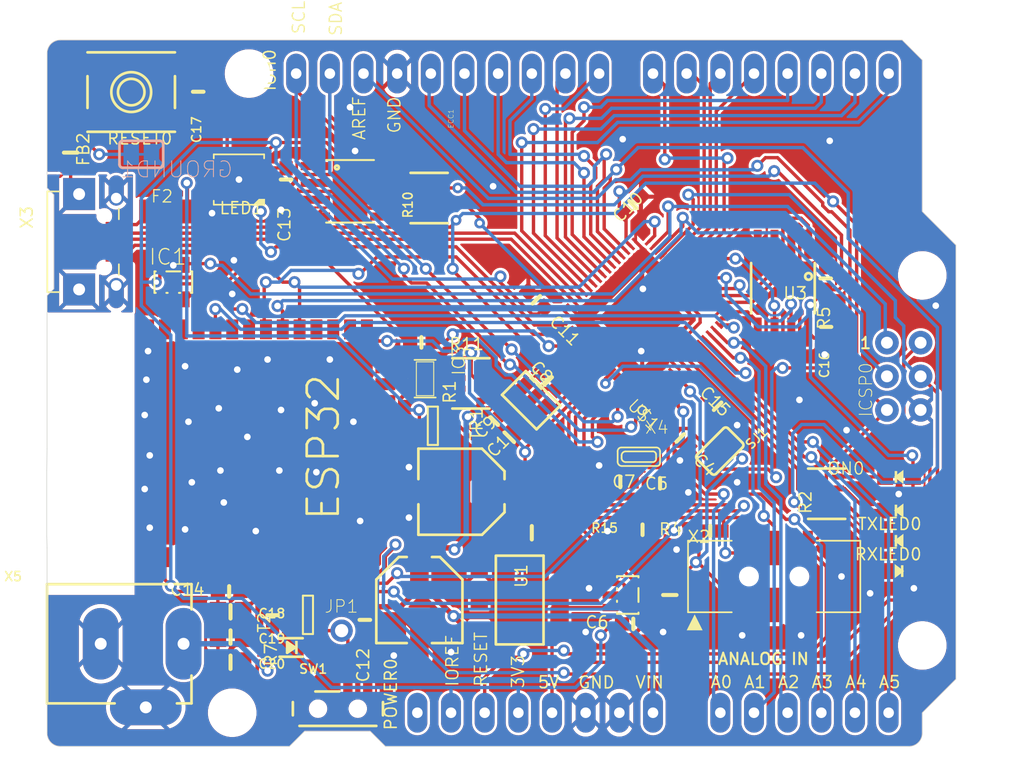
<source format=kicad_pcb>
(kicad_pcb (version 20221018) (generator pcbnew)
  (layers (0 "F.Cu" signal) (31 "B.Cu" signal) (34 "B.Paste" user) (35 "F.Paste" user) (36 "B.SilkS" user "B.Silkscreen") (37 "F.SilkS" user "F.Silkscreen") (38 "B.Mask" user) (39 "F.Mask" user) (44 "Edge.Cuts" user))
  (net 0 "")
  (net 1 "+5V")
  (net 2 "GND")
  (net 3 "AREF")
  (net 4 "VIN")
  (net 5 "SCK")
  (net 6 "PWRIN")
  (net 7 "D-")
  (net 8 "D+")
  (net 9 "MISO")
  (net 10 "MOSI")
  (net 11 "USBVCC")
  (net 12 "USHIELD")
  (net 13 "N$1")
  (net 14 "3.3V")
  (net 15 "PWR_SWITCH")
  (net 16 "VBUS")
  (net 17 "N$5")
  (net 18 "TXLED")
  (net 19 "N$7")
  (net 20 "N$3")
  (net 21 "N$2")
  (net 22 "N$15")
  (net 23 "D13")
  (net 24 "A5")
  (net 25 "A4")
  (net 26 "A3")
  (net 27 "A2")
  (net 28 "A1")
  (net 29 "D11")
  (net 30 "D12")
  (net 31 "A0")
  (net 32 "SCL")
  (net 33 "SDA")
  (net 34 "D9")
  (net 35 "D8")
  (net 36 "D7")
  (net 37 "D6")
  (net 38 "D5")
  (net 39 "D4")
  (net 40 "D1")
  (net 41 "D0")
  (net 42 "D10")
  (net 43 "~{RESET}")
  (net 44 "NEOPIX")
  (net 45 "RXLED")
  (net 46 "D3")
  (net 47 "D2")
  (net 48 "N$10")
  (net 49 "N$11")
  (net 50 "FLASH_CS")
  (net 51 "FLASH_SCK")
  (net 52 "FLASH_IO0")
  (net 53 "FLASH_IO1")
  (net 54 "VDDCORE")
  (net 55 "N$4")
  (net 56 "N$9")
  (net 57 "N$12")
  (net 58 "SWCLK")
  (net 59 "SWDIO")
  (net 60 "USB_HOSTEN")
  (net 61 "FLASH_IO3")
  (net 62 "FLASH_IO2")
  (net 63 "SWO")
  (net 64 "ESP_CS")
  (net 65 "ESP_RESET")
  (net 66 "ESP_GPIO0")
  (net 67 "ESP_BUSY")
  (net 68 "ESP_RXD")
  (net 69 "ESP_TXD")
  (net 70 "ESP_RTS")
  (net 71 "ESP_MISO")
  (footprint "working:0603-NO" (layer "F.Cu") (at 160.4772 111.8108 180)
    (fp_text reference "C7")
    (fp_text value "22pF")
  )
  (footprint "working:PQFN64-1" (layer "F.Cu") (at 159.129196 99.359388 135)
    (fp_text reference "U$1")
    (fp_text value "ATSAMD51J19")
  )
  (footprint "working:LED3535" (layer "F.Cu") (at 128.7018 88.8746 180)
    (fp_text reference "LED1")
    (fp_text value "WS2812B3535")
  )
  (footprint "" (layer "F.Cu") (at 180.2638 96.1136)
    (fp_text reference "@HOLE0" hide)
    (fp_text value "")
  )
  (footprint "working:0603-NO" (layer "F.Cu") (at 164.8206 105.992394 135)
    (fp_text reference "C15")
    (fp_text value ".1u")
  )
  (footprint "working:DCJACK_2MM_PTH" (layer "F.Cu") (at 110.9218 123.9266)
    (fp_text reference "X5")
    (fp_text value "2.1mm")
  )
  (footprint "working:SPDT_SMT_SSSS811101" (layer "F.Cu") (at 136.1694 128.8288)
    (fp_text reference "SW1")
    (fp_text value "")
  )
  (footprint "working:0805-NO" (layer "F.Cu") (at 150.7998 115.5446 180)
    (fp_text reference "C2" hide)
    (fp_text value "0.1uF")
  )
  (footprint "working:PANASONIC_D" (layer "F.Cu") (at 145.4912 112.4458)
    (fp_text reference "PC2" hide)
    (fp_text value "47uF+/6.3V+")
  )
  (footprint "working:CHIPLED_0805_NOOUTLINE" (layer "F.Cu") (at 178.5112 111.3282 90)
    (fp_text reference "ON0")
    (fp_text value "GREEN")
  )
  (footprint "working:0805-NO" (layer "F.Cu") (at 161.2138 120.2436 90)
    (fp_text reference "C3" hide)
    (fp_text value "10uF")
  )
  (footprint "working:SOLDERJUMPER_CLOSEDWIRE" (layer "F.Cu") (at 164.9866 109.375485 -135)
    (fp_text reference "SJ1")
    (fp_text value "AREF_3V")
  )
  (footprint "working:0603-NO" (layer "F.Cu") (at 152.038018 104.081013 135)
    (fp_text reference "C8")
    (fp_text value ".1u")
  )
  (footprint "working:0603-NO" (layer "F.Cu") (at 138.2014 122.1232 -90)
    (fp_text reference "C12")
    (fp_text value "0.1uF")
  )
  (footprint "working:SOT23-5L" (layer "F.Cu") (at 123.7488 96.6216)
    (fp_text reference "IC1")
    (fp_text value "74AHC1G125")
  )
  (footprint "working:SOT-23" (layer "F.Cu") (at 143.3322 107.442 -90)
    (fp_text reference "TR1")
    (fp_text value "DMP3098L-7")
  )
  (footprint "working:PANASONIC_D" (layer "F.Cu") (at 142.3162 120.6246 90)
    (fp_text reference "PC1" hide)
    (fp_text value "47uF/25V")
  )
  (footprint "working:FIDUCIAL_1MM" (layer "F.Cu") (at 180.3828 127.1246)
    (fp_text reference "FD2" hide)
    (fp_text value "FIDUCIAL_1MM" hide)
  )
  (footprint "" (layer "F.Cu") (at 180.2638 124.0536)
    (fp_text reference "@HOLE1" hide)
    (fp_text value "")
  )
  (footprint "working:1X08_OVALWAVE" (layer "F.Cu") (at 151.0538 129.1336)
    (fp_text reference "POWER0")
    (fp_text value "20610" hide)
  )
  (footprint "working:0603-NO" (layer "F.Cu") (at 158.457 122.427035 180)
    (fp_text reference "C6")
    (fp_text value ".1u")
  )
  (footprint "working:0603-NO" (layer "F.Cu") (at 132.2578 88.8746 -90)
    (fp_text reference "C13")
    (fp_text value "0.1uF")
  )
  (footprint "working:FIDUCIAL_1MM" (layer "F.Cu") (at 115.6208 82.1436)
    (fp_text reference "FD1" hide)
    (fp_text value "FIDUCIAL_1MM" hide)
  )
  (footprint "working:0603-NO" (layer "F.Cu") (at 125.6284 82.2452 -90)
    (fp_text reference "C17")
    (fp_text value "0.1uF")
  )
  (footprint "working:0603-NO" (layer "F.Cu") (at 157.48 111.7092)
    (fp_text reference "C5")
    (fp_text value "22pF")
  )
  (footprint "working:INDUCTOR_1007" (layer "F.Cu") (at 150.750803 105.535197 -45)
    (fp_text reference "L1")
    (fp_text value "10uH")
  )
  (footprint "" (layer "F.Cu") (at 128.1938 129.1336)
    (fp_text reference "@HOLE3" hide)
    (fp_text value "")
  )
  (footprint "working:0603-NO" (layer "F.Cu") (at 172.974 96.3422 -90)
    (fp_text reference "R5")
    (fp_text value "10K")
  )
  (footprint "working:CHIPLED_0805_NOOUTLINE" (layer "F.Cu") (at 178.5112 116.1542 90)
    (fp_text reference "RXLED0")
    (fp_text value "YELLOW")
  )
  (footprint "working:0603-NO" (layer "F.Cu") (at 159.1564 115.316 180)
    (fp_text reference "R15")
    (fp_text value "10K")
  )
  (footprint "working:0603-NO" (layer "F.Cu") (at 127.963396 119.973232 180)
    (fp_text reference "C14")
    (fp_text value ".1u")
  )
  (footprint "working:1X06_OVALWAVE" (layer "F.Cu") (at 171.3738 129.1336)
    (fp_text reference "AD0" hide)
    (fp_text value "20609" hide)
  )
  (footprint "working:SOT23-DBV" (layer "F.Cu") (at 158.0388 120.2436 -90)
    (fp_text reference "U2" hide)
    (fp_text value "AP2112K-3.3")
  )
  (footprint "working:0603-NO" (layer "F.Cu") (at 131.2418 121.7676 -90)
    (fp_text reference "R7")
    (fp_text value "10K")
  )
  (footprint "working:0805-NO" (layer "F.Cu") (at 149.101609 108.331 -135)
    (fp_text reference "C1")
    (fp_text value "10uF")
  )
  (footprint "working:0603-NO" (layer "F.Cu") (at 172.9994 99.9998 -90)
    (fp_text reference "C16")
    (fp_text value ".1u")
  )
  (footprint "working:2X05_1.27MM_BOX_POSTS" (layer "F.Cu") (at 169.0878 118.8466)
    (fp_text reference "X2")
    (fp_text value "2x5 0.05\" SWD")
  )
  (footprint "working:0805-NO" (layer "F.Cu") (at 128.0668 125.3236)
    (fp_text reference "C20")
    (fp_text value "10uF")
  )
  (footprint "working:CHIPLED_0805_NOOUTLINE" (layer "F.Cu") (at 178.5112 118.4402 -90)
    (fp_text reference "L0" hide)
    (fp_text value "RED")
  )
  (footprint "working:0603-NO" (layer "F.Cu") (at 142.4686 101.1682)
    (fp_text reference "R11")
    (fp_text value "330R")
  )
  (footprint "working:0603-NO" (layer "F.Cu") (at 162.0012 108.3818 -45)
    (fp_text reference "C4")
    (fp_text value ".1u")
  )
  (footprint "working:METROM4_AIRLIFT_LITE_TOP" (layer "F.Cu") (at 114.2238 131.6736)
    (fp_text reference "U$39" hide)
    (fp_text value "" hide)
  )
  (footprint "working:RESPACK_4X0603" (layer "F.Cu") (at 146.2024 104.267 90)
    (fp_text reference "R1")
    (fp_text value "100K")
  )
  (footprint "working:WROOM32" (layer "F.Cu") (at 126.8476 108.7882 90)
    (fp_text reference "X6" hide)
    (fp_text value "ESP32_WROOM32" hide)
  )
  (footprint "working:1X10_OVALWAVE" (layer "F.Cu") (at 144.4498 80.8736)
    (fp_text reference "IOH0")
    (fp_text value "20611" hide)
  )
  (footprint "working:1X01_ROUND" (layer "F.Cu") (at 136.4488 122.936)
    (fp_text reference "JP1")
    (fp_text value "")
  )
  (footprint "working:FIDUCIAL_1MM" (layer "F.Cu") (at 115.8964 129.813)
    (fp_text reference "FD3" hide)
    (fp_text value "FIDUCIAL_1MM" hide)
  )
  (footprint "working:RESPACK_4X0603" (layer "F.Cu") (at 143.0528 90.2716 90)
    (fp_text reference "R10")
    (fp_text value "10K")
  )
  (footprint "working:SOIC8" (layer "F.Cu") (at 137.0838 89.7636 -90)
    (fp_text reference "ECC1")
    (fp_text value "ATECC108")
  )
  (footprint "working:0603-NO" (layer "F.Cu") (at 147.970409 107.100004 -135)
    (fp_text reference "C9")
    (fp_text value "1uF")
  )
  (footprint "working:SOD-123" (layer "F.Cu") (at 132.6388 124.206 180)
    (fp_text reference "D1" hide)
    (fp_text value "MBR120")
  )
  (footprint "working:2X03_ROUND_70MIL" (layer "F.Cu") (at 178.8668 103.7336 -90)
    (fp_text reference "ICSP0")
    (fp_text value "3x2 M")
  )
  (footprint "working:XTAL3215" (layer "F.Cu") (at 158.877 109.8042 180)
    (fp_text reference "X4")
    (fp_text value "32.768")
  )
  (footprint "working:SOIC8_208MIL" (layer "F.Cu") (at 169.7482 97.0788 180)
    (fp_text reference "U3")
    (fp_text value "GD25Q16")
  )
  (footprint "working:1X08_OVALWAVE" (layer "F.Cu") (at 168.8338 80.8736)
    (fp_text reference "IOL0" hide)
    (fp_text value "20610" hide)
  )
  (footprint "working:0603-NO" (layer "F.Cu") (at 151.141796 97.954197 -45)
    (fp_text reference "C11")
    (fp_text value ".1u")
  )
  (footprint "working:0805-NO" (layer "F.Cu") (at 128.0668 121.5136)
    (fp_text reference "C18")
    (fp_text value "10uF")
  )
  (footprint "working:4UCONN_20329_V2" (layer "F.Cu") (at 118.5418 93.5736 -90)
    (fp_text reference "X3")
    (fp_text value "20329")
  )
  (footprint "working:SOT23-5" (layer "F.Cu") (at 142.748 103.9114 -90)
    (fp_text reference "IC3")
    (fp_text value "74LVC1G125D")
  )
  (footprint "working:SOT223-R" (layer "F.Cu") (at 149.8854 120.6246 -90)
    (fp_text reference "U1")
    (fp_text value "NCP1117ST50T3G")
  )
  (footprint "working:0603-NO" (layer "F.Cu") (at 164.2618 115.4176 180)
    (fp_text reference "R4")
    (fp_text value "1K")
  )
  (footprint "working:0603-NO" (layer "F.Cu") (at 158.433406 90.771413 -135)
    (fp_text reference "C10")
    (fp_text value ".1u")
  )
  (footprint "working:0805-NO" (layer "F.Cu") (at 116.0018 86.8426 -90)
    (fp_text reference "FB2")
    (fp_text value "FERRITE")
  )
  (footprint "working:0805-NO" (layer "F.Cu") (at 128.0668 123.4186)
    (fp_text reference "C19")
    (fp_text value "10uF")
  )
  (footprint "working:SOT-23" (layer "F.Cu") (at 133.9088 121.7676 90)
    (fp_text reference "T2")
    (fp_text value "DMP3098L-7")
  )
  (footprint "working:EVQ-Q2_SMALLER" (layer "F.Cu") (at 120.5738 82.2706 180)
    (fp_text reference "RESET0")
    (fp_text value "EVQQ 6mm")
  )
  (footprint "working:CHIPLED_0805_NOOUTLINE" (layer "F.Cu") (at 178.5112 113.8682 90)
    (fp_text reference "TXLED0")
    (fp_text value "YELLOW")
  )
  (footprint "working:R1206" (layer "F.Cu") (at 123.3932 91.2876)
    (fp_text reference "F2")
    (fp_text value "FUSE")
  )
  (footprint "" (layer "F.Cu") (at 129.4638 80.8736)
    (fp_text reference "@HOLE2" hide)
    (fp_text value "")
  )
  (footprint "working:RESPACK_4X0603" (layer "F.Cu") (at 173.0502 112.5982 90)
    (fp_text reference "R2")
    (fp_text value "1K")
  )
  (footprint "working:METROM4_AIRLIFT_LITE_BOT" (layer "B.Cu") (at 182.8038 131.6736 180)
    (fp_text reference "U$27" hide)
    (fp_text value "" hide)
  )
  (footprint "working:SOLDERJUMPER_CLOSEDWIRE" (layer "B.Cu") (at 121.3358 86.9696)
    (fp_text reference "GROUND1")
    (fp_text value "")
  )
  (gr_line (start 114.2238 97.6376) (end 114.7318 97.1296) (stroke (width 0.05)) (layer "Edge.Cuts"))
  (gr_line (start 114.1984 110.8456) (end 114.2238 109.1946) (stroke (width 0.05)) (layer "Edge.Cuts"))
  (gr_line (start 114.1984 115.7986) (end 114.1984 110.8456) (stroke (width 0.05)) (layer "Edge.Cuts"))
  (gr_line (start 139.7508 131.6736) (end 138.6078 130.5306) (stroke (width 0.05)) (layer "Edge.Cuts"))
  (gr_line (start 132.5118 131.6736) (end 115.2238 131.6736) (stroke (width 0.05)) (layer "Edge.Cuts"))
  (gr_line (start 114.7318 97.1296) (end 114.7318 90.0176) (stroke (width 0.05)) (layer "Edge.Cuts"))
  (gr_line (start 180.2638 79.8576) (end 180.2638 91.2876) (stroke (width 0.05)) (layer "Edge.Cuts"))
  (gr_line (start 114.2238 89.5096) (end 114.2238 79.3336) (stroke (width 0.05)) (layer "Edge.Cuts"))
  (gr_line (start 115.2238 78.3336) (end 178.7398 78.3336) (stroke (width 0.05)) (layer "Edge.Cuts"))
  (gr_arc (start 115.2238 131.6736) (mid 114.516693 131.380707) (end 114.2238 130.6736) (stroke (width 0.05)) (layer "Edge.Cuts"))
  (gr_arc (start 180.2638 130.6736) (mid 179.970907 131.380707) (end 179.2638 131.6736) (stroke (width 0.05)) (layer "Edge.Cuts"))
  (gr_line (start 138.6078 130.5306) (end 133.6548 130.5306) (stroke (width 0.05)) (layer "Edge.Cuts"))
  (gr_line (start 180.2638 91.2876) (end 182.8038 93.8276) (stroke (width 0.05)) (layer "Edge.Cuts"))
  (gr_line (start 114.7318 90.0176) (end 114.2238 89.5096) (stroke (width 0.05)) (layer "Edge.Cuts"))
  (gr_line (start 114.2238 116.6876) (end 114.1984 115.7986) (stroke (width 0.05)) (layer "Edge.Cuts"))
  (gr_line (start 179.2638 131.6736) (end 139.7508 131.6736) (stroke (width 0.05)) (layer "Edge.Cuts"))
  (gr_line (start 114.2238 130.6736) (end 114.2238 116.6876) (stroke (width 0.05)) (layer "Edge.Cuts"))
  (gr_arc (start 114.2238 79.3336) (mid 114.516693 78.626493) (end 115.2238 78.3336) (stroke (width 0.05)) (layer "Edge.Cuts"))
  (gr_line (start 114.2238 109.1946) (end 114.2238 97.6376) (stroke (width 0.05)) (layer "Edge.Cuts"))
  (gr_line (start 182.8038 126.5936) (end 180.2638 129.1336) (stroke (width 0.05)) (layer "Edge.Cuts"))
  (gr_line (start 133.6548 130.5306) (end 132.5118 131.6736) (stroke (width 0.05)) (layer "Edge.Cuts"))
  (gr_line (start 180.2638 129.1336) (end 180.2638 130.6736) (stroke (width 0.05)) (layer "Edge.Cuts"))
  (gr_line (start 182.8038 93.8276) (end 182.8038 126.5936) (stroke (width 0.05)) (layer "Edge.Cuts"))
  (gr_line (start 178.7398 78.3336) (end 180.2638 79.8576) (stroke (width 0.05)) (layer "Edge.Cuts"))
  (gr_text "A5" (at 176.9124 127.3434) (layer "F.SilkS") (effects (font (size 0.89408 0.89408) (thickness 0.12192)) (justify left bottom)))
  (gr_text "VIN" (at 158.5468 127.3556) (layer "F.SilkS") (effects (font (size 0.89408 0.89408) (thickness 0.12192)) (justify left bottom)))
  (gr_text "SCL" (at 133.752 77.9658 90) (layer "F.SilkS") (effects (font (size 0.9144 0.9144) (thickness 0.1016)) (justify left bottom)))
  (gr_text "AREF" (at 137.2406 82.5114 90) (layer "F.SilkS") (effects (font (size 0.9144 0.9144) (thickness 0.1016)) (justify right top)))
  (gr_text "GND" (at 139.8968 82.5368 90) (layer "F.SilkS") (effects (font (size 0.9144 0.9144) (thickness 0.1016)) (justify right top)))
  (gr_text "IOREF" (at 145.3388 127.2286 90) (layer "F.SilkS") (effects (font (size 0.9144 0.9144) (thickness 0.1016)) (justify left bottom)))
  (gr_text "ESP32" (at 136.4488 114.7826 90) (layer "F.SilkS") (effects (font (size 2.3368 2.3368) (thickness 0.2032)) (justify left bottom)))
  (gr_text "GND" (at 154.2372 127.3688) (layer "F.SilkS") (effects (font (size 0.89408 0.89408) (thickness 0.12192)) (justify left bottom)))
  (gr_text "5V" (at 151.1808 127.3556) (layer "F.SilkS") (effects (font (size 0.89408 0.89408) (thickness 0.12192)) (justify left bottom)))
  (gr_text "RESET" (at 147.4978 127.2286 90) (layer "F.SilkS") (effects (font (size 0.9144 0.9144) (thickness 0.1016)) (justify left bottom)))
  (gr_text "A2" (at 169.2924 127.3434) (layer "F.SilkS") (effects (font (size 0.89408 0.89408) (thickness 0.12192)) (justify left bottom)))
  (gr_text "ANALOG IN" (at 164.7698 125.5776) (layer "F.SilkS") (effects (font (size 0.8636 0.8636) (thickness 0.1524)) (justify left bottom)))
  (gr_text "1" (at 175.4702 101.7292) (layer "F.SilkS") (effects (font (size 0.8636 0.8636) (thickness 0.1524)) (justify left bottom)))
  (gr_text "SDA" (at 136.546 78.0928 90) (layer "F.SilkS") (effects (font (size 0.9144 0.9144) (thickness 0.1016)) (justify left bottom)))
  (gr_text "A1" (at 166.7524 127.3434) (layer "F.SilkS") (effects (font (size 0.89408 0.89408) (thickness 0.12192)) (justify left bottom)))
  (gr_text "A0" (at 164.2124 127.3434) (layer "F.SilkS") (effects (font (size 0.89408 0.89408) (thickness 0.12192)) (justify left bottom)))
  (gr_text "A4" (at 174.3724 127.3434) (layer "F.SilkS") (effects (font (size 0.89408 0.89408) (thickness 0.12192)) (justify left bottom)))
  (gr_text "A3" (at 171.8324 127.3434) (layer "F.SilkS") (effects (font (size 0.89408 0.89408) (thickness 0.12192)) (justify left bottom)))
  (gr_text "3V3" (at 150.2918 127.3556 90) (layer "F.SilkS") (effects (font (size 0.9144 0.9144) (thickness 0.1016)) (justify left bottom)))
  (segment (start 180.8353 109.5121) (end 180.8353 119.6721) (width 0.254) (layer "F.Cu") (net 1))
  (segment (start 156.7388 121.1936) (end 153.5328 121.1936) (width 0.254) (layer "F.Cu") (net 1))
  (segment (start 157.5968 121.1936) (end 157.7848 121.0056) (width 0.254) (layer "F.Cu") (net 1))
  (segment (start 149.8498 114.1504) (end 149.8498 115.5446) (width 0.254) (layer "F.Cu") (net 1))
  (segment (start 152.3238 129.1336) (end 152.3238 125.3236) (width 0.254) (layer "F.Cu") (net 1))
  (segment (start 157.5968 119.2936) (end 156.7388 119.2936) (width 0.254) (layer "F.Cu") (net 1))
  (segment (start 148.2914 112.592) (end 149.8498 114.1504) (width 0.254) (layer "F.Cu") (net 1))
  (segment (start 180.1368 101.1936) (end 178.8668 102.4636) (width 0.254) (layer "F.Cu") (net 1))
  (segment (start 157.7848 119.4816) (end 157.5968 119.2936) (width 0.254) (layer "F.Cu") (net 1))
  (segment (start 152.3238 121.2362) (end 152.9354 120.6246) (width 0.254) (layer "F.Cu") (net 1))
  (segment (start 179.8828 120.6246) (end 177.7238 120.6246) (width 0.254) (layer "F.Cu") (net 1))
  (segment (start 148.2914 110.4454) (end 144.3482 106.5022) (width 0.254) (layer "F.Cu") (net 1))
  (segment (start 148.1452 112.4458) (end 148.2914 112.592) (width 0.254) (layer "F.Cu") (net 1))
  (segment (start 149.8498 120.5586) (end 149.7838 120.6246) (width 0.254) (layer "F.Cu") (net 1))
  (segment (start 178.8668 102.4636) (end 178.8668 107.5436) (width 0.254) (layer "F.Cu") (net 1))
  (segment (start 180.8353 119.6721) (end 179.8828 120.6246) (width 0.254) (layer "F.Cu") (net 1))
  (segment (start 173.0248 125.3236) (end 152.3238 125.3236) (width 0.254) (layer "F.Cu") (net 1))
  (segment (start 149.7838 120.6246) (end 152.9354 120.6246) (width 0.254) (layer "F.Cu") (net 1))
  (segment (start 152.3238 125.3236) (end 152.3238 121.2362) (width 0.254) (layer "F.Cu") (net 1))
  (segment (start 146.8354 120.6246) (end 149.7838 120.6246) (width 0.254) (layer "F.Cu") (net 1))
  (segment (start 178.8668 107.5436) (end 180.8353 109.5121) (width 0.254) (layer "F.Cu") (net 1))
  (segment (start 152.9638 120.6246) (end 152.9354 120.6246) (width 0.254) (layer "F.Cu") (net 1))
  (segment (start 177.7238 120.6246) (end 173.0248 125.3236) (width 0.254) (layer "F.Cu") (net 1))
  (segment (start 153.5328 121.1936) (end 152.9638 120.6246) (width 0.254) (layer "F.Cu") (net 1))
  (segment (start 149.8498 115.5446) (end 149.8498 120.5586) (width 0.254) (layer "F.Cu") (net 1))
  (segment (start 156.7388 121.1936) (end 157.5968 121.1936) (width 0.254) (layer "F.Cu") (net 1))
  (segment (start 157.7848 121.0056) (end 157.7848 119.4816) (width 0.254) (layer "F.Cu") (net 1))
  (segment (start 148.2914 110.4454) (end 148.2914 112.592) (width 0.254) (layer "F.Cu") (net 1))
  (segment (start 159.129196 99.235997) (end 159.0548 99.1616) (width 0.254) (layer "F.Cu") (net 2))
  (segment (start 121.0856 94.9744) (end 120.9848 94.8736) (width 0.4064) (layer "F.Cu") (net 2))
  (segment (start 159.129196 100.42005) (end 159.129196 99.5426) (width 0.254) (layer "F.Cu") (net 2))
  (segment (start 121.0856 94.9744) (end 121.0856 100.1882) (width 0.4064) (layer "F.Cu") (net 2))
  (segment (start 153.684471 98.51086) (end 154.462212 99.2886) (width 0.254) (layer "F.Cu") (net 2))
  (segment (start 163.1188 109.499404) (end 163.1188 110.0836) (width 0.254) (layer "F.Cu") (net 2))
  (segment (start 157.178218 99.5426) (end 158.8008 99.5426) (width 0.254) (layer "F.Cu") (net 2))
  (segment (start 159.129196 99.359388) (end 159.129196 99.235997) (width 0.254) (layer "F.Cu") (net 2))
  (segment (start 158.8008 99.5426) (end 159.129196 99.5426) (width 0.254) (layer "F.Cu") (net 2))
  (segment (start 163.1188 110.0836) (end 161.9758 110.0836) (width 0.254) (layer "F.Cu") (net 2))
  (segment (start 159.0548 99.1616) (end 159.0548 93.981691) (width 0.254) (layer "F.Cu") (net 2))
  (segment (start 159.129196 99.359388) (end 159.129196 97.182204) (width 0.254) (layer "F.Cu") (net 2))
  (segment (start 120.9848 94.8736) (end 119.3168 94.8736) (width 0.4064) (layer "F.Cu") (net 2))
  (segment (start 155.098687 101.622132) (end 157.178218 99.5426) (width 0.254) (layer "F.Cu") (net 2))
  (segment (start 159.129196 97.182204) (end 159.1818 97.1296) (width 0.254) (layer "F.Cu") (net 2))
  (segment (start 159.0548 93.981691) (end 158.634221 93.561113) (width 0.254) (layer "F.Cu") (net 2))
  (segment (start 161.74549 103.036344) (end 159.129196 100.42005) (width 0.254) (layer "F.Cu") (net 2))
  (segment (start 158.5468 99.2886) (end 158.8008 99.5426) (width 0.254) (layer "F.Cu") (net 2))
  (segment (start 162.60224 108.982844) (end 163.1188 109.499404) (width 0.254) (layer "F.Cu") (net 2))
  (segment (start 121.0856 100.1882) (end 121.8476 100.1882) (width 0.4064) (layer "F.Cu") (net 2))
  (segment (start 160.896962 99.359388) (end 159.129196 99.359388) (width 0.254) (layer "F.Cu") (net 2))
  (segment (start 163.159703 97.096647) (end 160.896962 99.359388) (width 0.254) (layer "F.Cu") (net 2))
  (segment (start 159.129196 99.5426) (end 159.129196 99.359388) (width 0.254) (layer "F.Cu") (net 2))
  (segment (start 154.462212 99.2886) (end 158.5468 99.2886) (width 0.254) (layer "F.Cu") (net 2))
  (via (at 162.6108 112.4966) (size 0.9064) (drill 0.5) (layers "F.Cu" "B.Cu") (net 2))
  (via (at 128.1938 97.5106) (size 0.9064) (drill 0.5) (layers "F.Cu" "B.Cu") (net 2))
  (via (at 166.2938 111.7346) (size 0.9064) (drill 0.5) (layers "F.Cu" "B.Cu") (net 2))
  (via (at 166.6748 123.2916) (size 0.9064) (drill 0.5) (layers "F.Cu" "B.Cu") (net 2))
  (via (at 178.4858 112.6236) (size 0.9064) (drill 0.5) (layers "F.Cu" "B.Cu") (net 2))
  (via (at 181.2798 98.3996) (size 0.9064) (drill 0.5) (layers "F.Cu" "B.Cu") (net 2))
  (via (at 128.7018 88.8746) (size 0.9064) (drill 0.5) (layers "F.Cu" "B.Cu") (net 2))
  (via (at 134.5438 110.9726) (size 0.9064) (drill 0.5) (layers "F.Cu" "B.Cu") (net 2))
  (via (at 156.5148 115.4176) (size 0.9064) (drill 0.5) (layers "F.Cu" "B.Cu") (net 2))
  (via (at 127.5588 113.2586) (size 0.9064) (drill 0.5) (layers "F.Cu" "B.Cu") (net 2))
  (via (at 140.3858 124.8156) (size 0.9064) (drill 0.5) (layers "F.Cu" "B.Cu") (net 2))
  (via (at 127.3048 110.8456) (size 0.9064) (drill 0.5) (layers "F.Cu" "B.Cu") (net 2))
  (via (at 128.5748 103.2256) (size 0.9064) (drill 0.5) (layers "F.Cu" "B.Cu") (net 2))
  (via (at 137.4648 86.7156) (size 0.9064) (drill 0.5) (layers "F.Cu" "B.Cu") (net 2))
  (via (at 126.6698 91.4146) (size 0.9064) (drill 0.5) (layers "F.Cu" "B.Cu") (net 2))
  (via (at 130.8608 102.4636) (size 0.9064) (drill 0.5) (layers "F.Cu" "B.Cu") (net 2))
  (via (at 171.1198 123.2916) (size 0.9064) (drill 0.5) (layers "F.Cu" "B.Cu") (net 2))
  (via (at 124.6378 115.2906) (size 0.9064) (drill 0.5) (layers "F.Cu" "B.Cu") (net 2))
  (via (at 131.7498 110.8456) (size 0.9064) (drill 0.5) (layers "F.Cu" "B.Cu") (net 2))
  (via (at 134.4168 105.7656) (size 0.9064) (drill 0.5) (layers "F.Cu" "B.Cu") (net 2))
  (via (at 131.8768 91.1606) (size 0.9064) (drill 0.5) (layers "F.Cu" "B.Cu") (net 2))
  (via (at 174.1678 118.8466) (size 0.9064) (drill 0.5) (layers "F.Cu" "B.Cu") (net 2))
  (via (at 137.0838 83.4136) (size 0.9064) (drill 0.5) (layers "F.Cu" "B.Cu") (net 2))
  (via (at 159.1818 97.1296) (size 0.9064) (drill 0.5) (layers "F.Cu" "B.Cu") (net 2))
  (via (at 160.7058 123.0376) (size 0.9064) (drill 0.5) (layers "F.Cu" "B.Cu") (net 2))
  (via (at 144.7038 124.5616) (size 0.9064) (drill 0.5) (layers "F.Cu" "B.Cu") (net 2))
  (via (at 172.8978 102.0826) (size 0.9064) (drill 0.5) (layers "F.Cu" "B.Cu") (net 2))
  (via (at 174.5488 107.7976) (size 0.9064) (drill 0.5) (layers "F.Cu" "B.Cu") (net 2))
  (via (at 129.3368 108.3056) (size 0.9064) (drill 0.5) (layers "F.Cu" "B.Cu") (net 2))
  (via (at 155.1178 119.7356) (size 0.9064) (drill 0.5) (layers "F.Cu" "B.Cu") (net 2))
  (via (at 124.8918 107.1626) (size 0.9064) (drill 0.5) (layers "F.Cu" "B.Cu") (net 2))
  (via (at 155.8798 110.4646) (size 0.9064) (drill 0.5) (layers "F.Cu" "B.Cu") (net 2))
  (via (at 161.7218 116.8146) (size 0.9064) (drill 0.5) (layers "F.Cu" "B.Cu") (net 2))
  (via (at 157.6578 85.8266) (size 0.9064) (drill 0.5) (layers "F.Cu" "B.Cu") (net 2))
  (via (at 135.5598 102.4636) (size 0.9064) (drill 0.5) (layers "F.Cu" "B.Cu") (net 2))
  (via (at 128.3208 94.9706) (size 0.9064) (drill 0.5) (layers "F.Cu" "B.Cu") (net 2))
  (via (at 141.5288 114.4016) (size 0.9064) (drill 0.5) (layers "F.Cu" "B.Cu") (net 2))
  (via (at 166.2938 107.4166) (size 0.9064) (drill 0.5) (layers "F.Cu" "B.Cu") (net 2))
  (via (at 124.6378 102.9716) (size 0.9064) (drill 0.5) (layers "F.Cu" "B.Cu") (net 2))
  (via (at 137.3378 107.1626) (size 0.9064) (drill 0.5) (layers "F.Cu" "B.Cu") (net 2))
  (via (at 161.9758 110.0836) (size 0.9064) (drill 0.5) (layers "F.Cu" "B.Cu") (net 2))
  (via (at 125.1458 111.7346) (size 0.9064) (drill 0.5) (layers "F.Cu" "B.Cu") (net 2))
  (via (at 159.0548 101.8286) (size 0.9064) (drill 0.5) (layers "F.Cu" "B.Cu") (net 2))
  (via (at 123.7488 95.3516) (size 0.9064) (drill 0.5) (layers "F.Cu" "B.Cu") (net 2))
  (via (at 137.8458 114.6556) (size 0.9064) (drill 0.5) (layers "F.Cu" "B.Cu") (net 2))
  (via (at 121.7168 103.9876) (size 0.9064) (drill 0.5) (layers "F.Cu" "B.Cu") (net 2))
  (via (at 179.6288 119.7356) (size 0.9064) (drill 0.5) (layers "F.Cu" "B.Cu") (net 2))
  (via (at 127.1778 106.1466) (size 0.9064) (drill 0.5) (layers "F.Cu" "B.Cu") (net 2))
  (via (at 173.2788 85.9536) (size 0.9064) (drill 0.5) (layers "F.Cu" "B.Cu") (net 2))
  (via (at 121.9708 109.7026) (size 0.9064) (drill 0.5) (layers "F.Cu" "B.Cu") (net 2))
  (via (at 147.8788 89.3826) (size 0.9064) (drill 0.5) (layers "F.Cu" "B.Cu") (net 2))
  (via (at 129.9718 115.4176) (size 0.9064) (drill 0.5) (layers "F.Cu" "B.Cu") (net 2))
  (via (at 176.3268 120.1166) (size 0.9064) (drill 0.5) (layers "F.Cu" "B.Cu") (net 2))
  (via (at 154.8638 123.0376) (size 0.9064) (drill 0.5) (layers "F.Cu" "B.Cu") (net 2))
  (via (at 141.5288 110.5916) (size 0.9064) (drill 0.5) (layers "F.Cu" "B.Cu") (net 2))
  (via (at 170.9928 105.5116) (size 0.9064) (drill 0.5) (layers "F.Cu" "B.Cu") (net 2))
  (via (at 121.5898 106.6546) (size 0.9064) (drill 0.5) (layers "F.Cu" "B.Cu") (net 2))
  (via (at 121.5898 112.2426) (size 0.9064) (drill 0.5) (layers "F.Cu" "B.Cu") (net 2))
  (via (at 121.8438 101.8286) (size 0.9064) (drill 0.5) (layers "F.Cu" "B.Cu") (net 2))
  (via (at 131.8768 106.2736) (size 0.9064) (drill 0.5) (layers "F.Cu" "B.Cu") (net 2))
  (via (at 121.9708 115.1636) (size 0.9064) (drill 0.5) (layers "F.Cu" "B.Cu") (net 2))
  (segment (start 161.3408 104.752972) (end 160.684831 104.097004) (width 0.254) (layer "F.Cu") (net 3))
  (segment (start 168.4314 87.2236) (end 167.8178 87.8372) (width 0.254) (layer "F.Cu") (net 3))
  (segment (start 173.2083 91.309) (end 172.7494 90.8501) (width 0.254) (layer "F.Cu") (net 3))
  (segment (start 172.7494 90.6312) (end 169.3418 87.2236) (width 0.254) (layer "F.Cu") (net 3))
  (segment (start 162.585084 107.6706) (end 161.510315 107.6706) (width 0.254) (layer "F.Cu") (net 3))
  (segment (start 173.5328 103.0986) (end 169.7228 103.0986) (width 0.254) (layer "F.Cu") (net 3))
  (segment (start 164.447784 109.9143) (end 165.273484 110.74) (width 0.254) (layer "F.Cu") (net 3))
  (segment (start 173.4272 91.309) (end 173.2083 91.309) (width 0.254) (layer "F.Cu") (net 3))
  (segment (start 169.2362 111.3536) (end 168.6226 110.74) (width 0.254) (layer "F.Cu") (net 3))
  (segment (start 164.447784 109.5333) (end 162.585084 107.6706) (width 0.254) (layer "F.Cu") (net 3))
  (segment (start 161.400156 107.78076) (end 161.510315 107.6706) (width 0.254) (layer "F.Cu") (net 3))
  (segment (start 161.400156 107.78076) (end 161.0614 107.442) (width 0.254) (layer "F.Cu") (net 3))
  (segment (start 172.7494 90.8501) (end 172.7494 90.6312) (width 0.254) (layer "F.Cu") (net 3))
  (segment (start 161.3408 104.752972) (end 161.3408 107.1626) (width 0.254) (layer "F.Cu") (net 3))
  (segment (start 174.8028 101.8286) (end 174.8028 92.6846) (width 0.254) (layer "F.Cu") (net 3))
  (segment (start 168.6226 110.74) (end 165.273484 110.74) (width 0.254) (layer "F.Cu") (net 3))
  (segment (start 174.8028 101.8286) (end 173.5328 103.0986) (width 0.254) (layer "F.Cu") (net 3))
  (segment (start 161.3408 107.1626) (end 161.0614 107.442) (width 0.254) (layer "F.Cu") (net 3))
  (segment (start 174.8028 92.6846) (end 173.4272 91.309) (width 0.254) (layer "F.Cu") (net 3))
  (segment (start 164.447784 109.9143) (end 164.447784 109.5333) (width 0.254) (layer "F.Cu") (net 3))
  (segment (start 169.3418 87.2236) (end 168.4314 87.2236) (width 0.254) (layer "F.Cu") (net 3))
  (via (at 169.2362 111.3536) (size 0.9064) (drill 0.5) (layers "F.Cu" "B.Cu") (net 3))
  (via (at 169.7228 103.0986) (size 0.9064) (drill 0.5) (layers "F.Cu" "B.Cu") (net 3))
  (via (at 167.8178 87.8372) (size 0.9064) (drill 0.5) (layers "F.Cu" "B.Cu") (net 3))
  (segment (start 159.019706 88.134) (end 158.257706 88.896) (width 0.254) (layer "B.Cu") (net 3))
  (segment (start 169.7228 103.0986) (end 169.228618 103.0986) (width 0.254) (layer "B.Cu") (net 3))
  (segment (start 157.110587 88.896) (end 158.257706 88.896) (width 0.254) (layer "B.Cu") (net 3))
  (segment (start 155.709587 90.297) (end 157.110587 88.896) (width 0.254) (layer "B.Cu") (net 3))
  (segment (start 167.8178 87.8372) (end 167.521 88.134) (width 0.254) (layer "B.Cu") (net 3))
  (segment (start 169.2362 111.3536) (end 168.91 111.0274) (width 0.254) (layer "B.Cu") (net 3))
  (segment (start 167.521 88.134) (end 159.019706 88.134) (width 0.254) (layer "B.Cu") (net 3))
  (segment (start 169.228618 103.0986) (end 168.91 103.417219) (width 0.254) (layer "B.Cu") (net 3))
  (segment (start 138.0998 80.8736) (end 147.5232 90.297) (width 0.254) (layer "B.Cu") (net 3))
  (segment (start 147.5232 90.297) (end 155.709587 90.297) (width 0.254) (layer "B.Cu") (net 3))
  (segment (start 168.91 111.0274) (end 168.91 103.417219) (width 0.254) (layer "B.Cu") (net 3))
  (segment (start 142.3162 117.9706) (end 143.5992 116.6876) (width 0.4064) (layer "F.Cu") (net 4))
  (segment (start 142.3162 119.7102) (end 142.3162 119.253) (width 0.4064) (layer "F.Cu") (net 4))
  (segment (start 138.3538 121.1326) (end 140.8938 121.1326) (width 0.4064) (layer "F.Cu") (net 4))
  (segment (start 144.8308 116.6876) (end 144.9578 116.8146) (width 0.4064) (layer "F.Cu") (net 4))
  (segment (start 138.2132 121.2732) (end 138.3538 121.1326) (width 0.4064) (layer "F.Cu") (net 4))
  (segment (start 142.3162 119.253) (end 142.3162 117.9706) (width 0.4064) (layer "F.Cu") (net 4))
  (segment (start 145.9878 122.9246) (end 144.8943 121.8311) (width 0.4064) (layer "F.Cu") (net 4))
  (segment (start 138.2014 121.2732) (end 138.2132 121.2732) (width 0.3048) (layer "F.Cu") (net 4))
  (segment (start 145.9738 106.7816) (end 147.0524 105.703) (width 0.4064) (layer "F.Cu") (net 4))
  (segment (start 144.8943 121.8311) (end 142.3162 119.253) (width 0.4064) (layer "F.Cu") (net 4))
  (segment (start 135.5344 121.1326) (end 138.3538 121.1326) (width 0.4064) (layer "F.Cu") (net 4))
  (segment (start 147.0524 105.567) (end 147.0524 105.703) (width 0.4064) (layer "F.Cu") (net 4))
  (segment (start 146.8354 122.9246) (end 145.9878 122.9246) (width 0.4064) (layer "F.Cu") (net 4))
  (segment (start 134.9248 121.7422) (end 135.5344 121.1326) (width 0.4064) (layer "F.Cu") (net 4))
  (segment (start 143.5992 116.6876) (end 144.8308 116.6876) (width 0.4064) (layer "F.Cu") (net 4))
  (segment (start 142.3162 119.7102) (end 140.8938 121.1326) (width 0.4064) (layer "F.Cu") (net 4))
  (via (at 144.8943 121.8311) (size 0.9064) (drill 0.5) (layers "F.Cu" "B.Cu") (net 4))
  (via (at 145.9738 106.7816) (size 0.9064) (drill 0.5) (layers "F.Cu" "B.Cu") (net 4))
  (via (at 144.9578 116.8146) (size 0.9064) (drill 0.5) (layers "F.Cu" "B.Cu") (net 4))
  (segment (start 159.9438 124.4346) (end 159.9438 129.1336) (width 0.4064) (layer "B.Cu") (net 4))
  (segment (start 144.8943 121.8311) (end 157.3403 121.8311) (width 0.4064) (layer "B.Cu") (net 4))
  (segment (start 145.8468 106.9086) (end 145.9738 106.7816) (width 0.4064) (layer "B.Cu") (net 4))
  (segment (start 145.8468 115.9256) (end 145.8468 106.9086) (width 0.4064) (layer "B.Cu") (net 4))
  (segment (start 157.3403 121.8311) (end 159.9438 124.4346) (width 0.4064) (layer "B.Cu") (net 4))
  (segment (start 144.9578 116.8146) (end 145.8468 115.9256) (width 0.4064) (layer "B.Cu") (net 4))
  (segment (start 162.188906 91.754707) (end 162.188906 92.410591) (width 0.254) (layer "F.Cu") (net 5))
  (segment (start 131.9919 98.802) (end 131.9919 100.1725) (width 0.254) (layer "F.Cu") (net 5))
  (segment (start 160.331278 94.268219) (end 162.188906 92.410591) (width 0.254) (layer "F.Cu") (net 5))
  (segment (start 131.9919 98.802) (end 131.6109 98.421) (width 0.254) (layer "F.Cu") (net 5))
  (segment (start 132.0076 100.1882) (end 131.9919 100.1725) (width 0.254) (layer "F.Cu") (net 5))
  (via (at 162.188906 91.754707) (size 0.9064) (drill 0.5) (layers "F.Cu" "B.Cu") (net 5))
  (via (at 131.6109 98.421) (size 0.9064) (drill 0.5) (layers "F.Cu" "B.Cu") (net 5))
  (segment (start 175.6918 99.046182) (end 169.543325 92.897707) (width 0.254) (layer "B.Cu") (net 5))
  (segment (start 163.331906 92.897707) (end 162.188906 91.754707) (width 0.254) (layer "B.Cu") (net 5))
  (segment (start 162.188906 91.754707) (end 162.061906 91.881707) (width 0.254) (layer "B.Cu") (net 5))
  (segment (start 132.0133 98.0186) (end 131.6109 98.421) (width 0.254) (layer "B.Cu") (net 5))
  (segment (start 157.034381 98.0186) (end 132.0133 98.0186) (width 0.254) (layer "B.Cu") (net 5))
  (segment (start 162.061906 91.881707) (end 162.061906 92.991075) (width 0.254) (layer "B.Cu") (net 5))
  (segment (start 175.6918 101.8286) (end 177.5968 103.7336) (width 0.254) (layer "B.Cu") (net 5))
  (segment (start 162.061906 92.991075) (end 157.034381 98.0186) (width 0.254) (layer "B.Cu") (net 5))
  (segment (start 169.543325 92.897707) (end 163.331906 92.897707) (width 0.254) (layer "B.Cu") (net 5))
  (segment (start 175.6918 99.046182) (end 175.6918 101.8286) (width 0.254) (layer "B.Cu") (net 5))
  (segment (start 130.8608 125.9586) (end 130.8608 124.278) (width 0.4064) (layer "F.Cu") (net 6))
  (segment (start 130.8608 124.278) (end 130.7888 124.206) (width 0.4064) (layer "F.Cu") (net 6))
  (via (at 130.8608 125.9586) (size 0.9064) (drill 0.5) (layers "F.Cu" "B.Cu") (net 6))
  (segment (start 128.7018 123.9266) (end 130.7338 125.9586) (width 0.4064) (layer "B.Cu") (net 6))
  (segment (start 130.7338 125.9586) (end 130.8608 125.9586) (width 0.4064) (layer "B.Cu") (net 6))
  (segment (start 124.5218 123.9266) (end 128.7018 123.9266) (width 0.4064) (layer "B.Cu") (net 6))
  (segment (start 149.511428 92.9236) (end 154.391581 97.803754) (width 0.254) (layer "F.Cu") (net 7))
  (segment (start 119.3168 92.9236) (end 149.511428 92.9236) (width 0.254) (layer "F.Cu") (net 7))
  (segment (start 120.6396 93.3808) (end 149.2502 93.3808) (width 0.254) (layer "F.Cu") (net 8))
  (segment (start 153.688718 97.808) (end 154.038025 98.157307) (width 0.254) (layer "F.Cu") (net 8))
  (segment (start 149.2502 93.3808) (end 153.6774 97.808) (width 0.254) (layer "F.Cu") (net 8))
  (segment (start 120.6396 93.3808) (end 120.4468 93.5736) (width 0.254) (layer "F.Cu") (net 8))
  (segment (start 153.6774 97.808) (end 153.688718 97.808) (width 0.254) (layer "F.Cu") (net 8))
  (segment (start 120.4468 93.5736) (end 119.3168 93.5736) (width 0.254) (layer "F.Cu") (net 8))
  (segment (start 126.5466 95.2284) (end 126.5428 95.2246) (width 0.254) (layer "F.Cu") (net 9))
  (segment (start 124.792 95.2284) (end 126.5466 95.2284) (width 0.254) (layer "F.Cu") (net 9))
  (segment (start 161.0868 90.9066) (end 161.0868 92.805591) (width 0.254) (layer "F.Cu") (net 9))
  (segment (start 159.977725 93.914666) (end 161.0868 92.805591) (width 0.254) (layer "F.Cu") (net 9))
  (segment (start 124.6988 95.3216) (end 124.792 95.2284) (width 0.254) (layer "F.Cu") (net 9))
  (via (at 126.5428 95.2246) (size 0.9064) (drill 0.5) (layers "F.Cu" "B.Cu") (net 9))
  (via (at 161.0868 90.9066) (size 0.9064) (drill 0.5) (layers "F.Cu" "B.Cu") (net 9))
  (segment (start 129.5908 97.5106) (end 127.4318 95.3516) (width 0.254) (layer "B.Cu") (net 9))
  (segment (start 177.4698 101.0666) (end 177.5968 101.1936) (width 0.254) (layer "B.Cu") (net 9))
  (segment (start 161.2138 91.0336) (end 161.2138 93.1926) (width 0.254) (layer "B.Cu") (net 9))
  (segment (start 126.6698 95.3516) (end 126.5428 95.2246) (width 0.254) (layer "B.Cu") (net 9))
  (segment (start 177.4698 98.2726) (end 177.4698 101.0666) (width 0.254) (layer "B.Cu") (net 9))
  (segment (start 177.4698 98.2726) (end 170.1038 90.9066) (width 0.254) (layer "B.Cu") (net 9))
  (segment (start 156.8958 97.5106) (end 129.5908 97.5106) (width 0.254) (layer "B.Cu") (net 9))
  (segment (start 156.8958 97.5106) (end 161.2138 93.1926) (width 0.254) (layer "B.Cu") (net 9))
  (segment (start 126.6698 95.3516) (end 127.4318 95.3516) (width 0.254) (layer "B.Cu") (net 9))
  (segment (start 161.2138 91.0336) (end 161.0868 90.9066) (width 0.254) (layer "B.Cu") (net 9))
  (segment (start 170.1038 90.9066) (end 161.0868 90.9066) (width 0.254) (layer "B.Cu") (net 9))
  (segment (start 137.0876 117.3882) (end 137.0876 118.4694) (width 0.254) (layer "F.Cu") (net 10))
  (segment (start 178.3588 121.2596) (end 173.4058 126.2126) (width 0.254) (layer "F.Cu") (net 10))
  (segment (start 181.4068 119.9896) (end 180.1368 121.2596) (width 0.254) (layer "F.Cu") (net 10))
  (segment (start 139.319 118.5164) (end 139.7508 118.0846) (width 0.254) (layer "F.Cu") (net 10))
  (segment (start 160.684831 94.561257) (end 162.972306 92.273782) (width 0.254) (layer "F.Cu") (net 10))
  (segment (start 173.4058 126.2126) (end 153.3184 126.2126) (width 0.254) (layer "F.Cu") (net 10))
  (segment (start 162.972306 90.379107) (end 162.6108 90.0176) (width 0.254) (layer "F.Cu") (net 10))
  (segment (start 137.0876 118.4694) (end 137.1346 118.5164) (width 0.254) (layer "F.Cu") (net 10))
  (segment (start 140.5128 116.4336) (end 140.5128 116.5606) (width 0.254) (layer "F.Cu") (net 10))
  (segment (start 181.4068 105.0036) (end 181.4068 119.9896) (width 0.254) (layer "F.Cu") (net 10))
  (segment (start 139.7508 118.0846) (end 139.7508 117.3226) (width 0.254) (layer "F.Cu") (net 10))
  (segment (start 162.972306 90.379107) (end 162.972306 92.273782) (width 0.254) (layer "F.Cu") (net 10))
  (segment (start 153.3184 126.2126) (end 153.2128 126.107) (width 0.254) (layer "F.Cu") (net 10))
  (segment (start 139.7508 117.3226) (end 140.5128 116.5606) (width 0.254) (layer "F.Cu") (net 10))
  (segment (start 160.684831 94.621775) (end 160.684831 94.561257) (width 0.254) (layer "F.Cu") (net 10))
  (segment (start 137.1346 118.5164) (end 139.319 118.5164) (width 0.254) (layer "F.Cu") (net 10))
  (segment (start 180.1368 103.7336) (end 181.4068 105.0036) (width 0.254) (layer "F.Cu") (net 10))
  (segment (start 180.1368 121.2596) (end 178.3588 121.2596) (width 0.254) (layer "F.Cu") (net 10))
  (via (at 162.6108 90.0176) (size 0.9064) (drill 0.5) (layers "F.Cu" "B.Cu") (net 10))
  (via (at 153.2128 126.107) (size 0.9064) (drill 0.5) (layers "F.Cu" "B.Cu") (net 10))
  (via (at 140.5128 116.4336) (size 0.9064) (drill 0.5) (layers "F.Cu" "B.Cu") (net 10))
  (segment (start 180.0098 103.7336) (end 180.1368 103.7336) (width 0.254) (layer "B.Cu") (net 10))
  (segment (start 144.5982 126.107) (end 139.6024 121.1112) (width 0.254) (layer "B.Cu") (net 10))
  (segment (start 170.2308 90.0176) (end 162.6108 90.0176) (width 0.254) (layer "B.Cu") (net 10))
  (segment (start 178.8668 102.5906) (end 180.0098 103.7336) (width 0.254) (layer "B.Cu") (net 10))
  (segment (start 178.8668 99.9236) (end 178.8668 102.5906) (width 0.254) (layer "B.Cu") (net 10))
  (segment (start 139.6024 121.1112) (end 139.6024 119.6651) (width 0.254) (layer "B.Cu") (net 10))
  (segment (start 178.2318 99.2886) (end 178.8668 99.9236) (width 0.254) (layer "B.Cu") (net 10))
  (segment (start 178.2318 98.0186) (end 178.2318 99.2886) (width 0.254) (layer "B.Cu") (net 10))
  (segment (start 178.2318 98.0186) (end 170.2308 90.0176) (width 0.254) (layer "B.Cu") (net 10))
  (segment (start 139.6238 119.6437) (end 139.6238 117.3226) (width 0.254) (layer "B.Cu") (net 10))
  (segment (start 139.6024 119.6651) (end 139.6238 119.6437) (width 0.254) (layer "B.Cu") (net 10))
  (segment (start 153.2128 126.107) (end 144.5982 126.107) (width 0.254) (layer "B.Cu") (net 10))
  (segment (start 139.6238 117.3226) (end 140.5128 116.4336) (width 0.254) (layer "B.Cu") (net 10))
  (segment (start 124.8152 89.179) (end 124.7648 89.1286) (width 0.254) (layer "F.Cu") (net 11))
  (segment (start 142.3162 106.299) (end 142.3162 107.4674) (width 0.254) (layer "F.Cu") (net 11))
  (segment (start 142.3162 106.299) (end 142.2908 106.2736) (width 0.254) (layer "F.Cu") (net 11))
  (segment (start 124.8152 91.2876) (end 124.8152 89.179) (width 0.254) (layer "F.Cu") (net 11))
  (via (at 124.7648 89.1286) (size 0.9064) (drill 0.5) (layers "F.Cu" "B.Cu") (net 11))
  (via (at 142.2908 106.2736) (size 0.9064) (drill 0.5) (layers "F.Cu" "B.Cu") (net 11))
  (segment (start 124.7648 89.1286) (end 124.7648 100.6856) (width 0.254) (layer "B.Cu") (net 11))
  (segment (start 141.6558 106.2736) (end 136.0678 100.6856) (width 0.254) (layer "B.Cu") (net 11))
  (segment (start 142.2908 106.2736) (end 141.6558 106.2736) (width 0.254) (layer "B.Cu") (net 11))
  (segment (start 136.0678 100.6856) (end 124.7648 100.6856) (width 0.254) (layer "B.Cu") (net 11))
  (segment (start 116.0018 89.3336) (end 116.0018 87.7926) (width 0.254) (layer "F.Cu") (net 12))
  (segment (start 116.6418 89.9736) (end 116.0018 89.3336) (width 0.254) (layer "F.Cu") (net 12))
  (segment (start 173.9002 113.8982) (end 176.1998 116.1978) (width 0.254) (layer "F.Cu") (net 13))
  (segment (start 176.1998 116.1978) (end 176.1998 117.1788) (width 0.254) (layer "F.Cu") (net 13))
  (segment (start 176.1998 117.1788) (end 177.4612 118.4402) (width 0.254) (layer "F.Cu") (net 13))
  (segment (start 158.2928 119.7356) (end 158.7348 119.2936) (width 0.254) (layer "F.Cu") (net 14))
  (segment (start 142.2028 90.6716) (end 142.5638 90.6716) (width 0.254) (layer "F.Cu") (net 14))
  (segment (start 150.1648 109.3216) (end 150.2918 109.4486) (width 0.254) (layer "F.Cu") (net 14))
  (segment (start 127.113396 121.510197) (end 127.113396 119.973232) (width 0.254) (layer "F.Cu") (net 14))
  (segment (start 155.805793 102.329238) (end 154.4828 103.652232) (width 0.254) (layer "F.Cu") (net 14))
  (segment (start 158.2928 121.741235) (end 157.607 122.427035) (width 0.254) (layer "F.Cu") (net 14))
  (segment (start 161.2138 119.2936) (end 161.4068 119.2936) (width 0.254) (layer "F.Cu") (net 14))
  (segment (start 165.427871 108.836672) (end 164.0078 107.4166) (width 0.254) (layer "F.Cu") (net 14))
  (segment (start 150.2918 109.4486) (end 150.2918 110.9726) (width 0.254) (layer "F.Cu") (net 14))
  (segment (start 163.513256 97.4502) (end 164.664412 96.299044) (width 0.254) (layer "F.Cu") (net 14))
  (segment (start 143.4638 91.5716) (end 143.9028 91.5716) (width 0.254) (layer "F.Cu") (net 14))
  (segment (start 163.1188 98.7806) (end 163.4998 99.1616) (width 0.254) (layer "F.Cu") (net 14))
  (segment (start 147.0524 103.867) (end 146.4882 103.867) (width 0.254) (layer "F.Cu") (net 14))
  (segment (start 132.2578 88.0246) (end 132.2328 87.9996) (width 0.254) (layer "F.Cu") (net 14))
  (segment (start 151.263478 99.0346) (end 150.811381 99.0346) (width 0.254) (layer "F.Cu") (net 14))
  (segment (start 163.1188 97.844657) (end 163.1188 98.7806) (width 0.254) (layer "F.Cu") (net 14))
  (segment (start 146.2278 101.9556) (end 146.2278 102.5906) (width 0.254) (layer "F.Cu") (net 14))
  (segment (start 145.2118 89.5096) (end 144.0298 89.5096) (width 0.254) (layer "F.Cu") (net 14))
  (segment (start 122.7988 95.3216) (end 122.7988 95.7026) (width 0.254) (layer "F.Cu") (net 14))
  (segment (start 142.5638 90.6716) (end 143.1226 91.2304) (width 0.254) (layer "F.Cu") (net 14))
  (segment (start 179.5612 113.8682) (end 179.5612 116.1542) (width 0.254) (layer "F.Cu") (net 14))
  (segment (start 157.607 122.427035) (end 156.871365 122.427035) (width 0.254) (layer "F.Cu") (net 14))
  (segment (start 179.5612 111.3282) (end 179.5612 113.8682) (width 0.254) (layer "F.Cu") (net 14))
  (segment (start 157.4038 89.7636) (end 157.4038 90.943894) (width 0.254) (layer "F.Cu") (net 14))
  (segment (start 127.113396 119.973232) (end 123.986431 119.973232) (width 0.254) (layer "F.Cu") (net 14))
  (segment (start 163.4118 117.8606) (end 166.5478 120.9966) (width 0.254) (layer "F.Cu") (net 14))
  (segment (start 163.4998 99.1616) (end 163.4998 99.6696) (width 0.254) (layer "F.Cu") (net 14))
  (segment (start 163.4118 115.4176) (end 163.4118 117.8606) (width 0.254) (layer "F.Cu") (net 14))
  (segment (start 172.974 97.1922) (end 173.9782 97.1922) (width 0.254) (layer "F.Cu") (net 14))
  (segment (start 143.9028 88.9716) (end 143.9028 89.3826) (width 0.254) (layer "F.Cu") (net 14))
  (segment (start 158.6128 119.2936) (end 159.3388 119.2936) (width 0.254) (layer "F.Cu") (net 14))
  (segment (start 153.1366 106.3498) (end 150.1648 109.3216) (width 0.254) (layer "F.Cu") (net 14))
  (segment (start 146.2278 102.5906) (end 145.9738 102.3366) (width 0.254) (layer "F.Cu") (net 14))
  (segment (start 158.280665 93.914666) (end 157.9118 93.5458) (width 0.254) (layer "F.Cu") (net 14))
  (segment (start 123.1176 119.1044) (end 123.5583 119.5451) (width 0.254) (layer "F.Cu") (net 14))
  (segment (start 143.1226 91.2304) (end 143.4638 91.5716) (width 0.254) (layer "F.Cu") (net 14))
  (segment (start 143.1226 90.309825) (end 143.1226 91.2304) (width 0.254) (layer "F.Cu") (net 14))
  (segment (start 154.4828 104.992019) (end 153.1366 106.338219) (width 0.254) (layer "F.Cu") (net 14))
  (segment (start 163.3183 117.7671) (end 163.1823 117.7671) (width 0.254) (layer "F.Cu") (net 14))
  (segment (start 172.1092 100.8498) (end 171.6532 100.3938) (width 0.254) (layer "F.Cu") (net 14))
  (segment (start 122.7328 96.3676) (end 122.4788 96.6216) (width 0.254) (layer "F.Cu") (net 14))
  (segment (start 130.4518 87.9996) (end 130.4518 87.1246) (width 0.254) (layer "F.Cu") (net 14))
  (segment (start 144.0298 89.5096) (end 143.9028 89.3826) (width 0.254) (layer "F.Cu") (net 14))
  (segment (start 163.513256 97.4502) (end 163.1188 97.844657) (width 0.254) (layer "F.Cu") (net 14))
  (segment (start 123.1176 117.3882) (end 123.1176 119.1044) (width 0.254) (layer "F.Cu") (net 14))
  (segment (start 122.7988 95.7026) (end 122.7328 95.7686) (width 0.254) (layer "F.Cu") (net 14))
  (segment (start 157.9118 93.5458) (end 157.9118 91.451894) (width 0.254) (layer "F.Cu") (net 14))
  (segment (start 123.986431 119.973232) (end 123.5583 119.5451) (width 0.254) (layer "F.Cu") (net 14))
  (segment (start 161.5948 101.5746) (end 161.5948 102.178547) (width 0.254) (layer "F.Cu") (net 14))
  (segment (start 156.871365 122.427035) (end 156.0068 123.2916) (width 0.254) (layer "F.Cu") (net 14))
  (segment (start 153.1366 106.338219) (end 153.1366 106.3498) (width 0.254) (layer "F.Cu") (net 14))
  (segment (start 146.4882 103.867) (end 146.2278 103.6066) (width 0.254) (layer "F.Cu") (net 14))
  (segment (start 154.4828 103.652232) (end 154.4828 104.992019) (width 0.254) (layer "F.Cu") (net 14))
  (segment (start 143.9028 89.3826) (end 143.9028 89.8716) (width 0.254) (layer "F.Cu") (net 14))
  (segment (start 158.2928 119.7356) (end 158.2928 121.741235) (width 0.254) (layer "F.Cu") (net 14))
  (segment (start 139.7 87.8586) (end 137.0838 87.8586) (width 0.254) (layer "F.Cu") (net 14))
  (segment (start 165.463243 96.299044) (end 164.664412 96.299044) (width 0.254) (layer "F.Cu") (net 14))
  (segment (start 158.7348 119.2936) (end 159.3388 119.2936) (width 0.254) (layer "F.Cu") (net 14))
  (segment (start 131.4958 86.0806) (end 135.3058 86.0806) (width 0.254) (layer "F.Cu") (net 14))
  (segment (start 169.3418 88.2396) (end 169.0878 88.2396) (width 0.254) (layer "F.Cu") (net 14))
  (segment (start 146.2278 103.6066) (end 146.2278 102.5906) (width 0.254) (layer "F.Cu") (net 14))
  (segment (start 161.5948 102.178547) (end 162.099043 102.682791) (width 0.254) (layer "F.Cu") (net 14))
  (segment (start 172.9994 100.8498) (end 172.1092 100.8498) (width 0.254) (layer "F.Cu") (net 14))
  (segment (start 161.5313 119.4181) (end 163.1823 117.7671) (width 0.254) (layer "F.Cu") (net 14))
  (segment (start 163.4998 99.6696) (end 161.5948 101.5746) (width 0.254) (layer "F.Cu") (net 14))
  (segment (start 153.330918 98.864416) (end 153.021743 98.555241) (width 0.254) (layer "F.Cu") (net 14))
  (segment (start 158.6128 119.2936) (end 150.2918 110.9726) (width 0.254) (layer "F.Cu") (net 14))
  (segment (start 179.5612 111.3282) (end 179.5612 109.762) (width 0.254) (layer "F.Cu") (net 14))
  (segment (start 157.4038 90.943894) (end 157.832362 91.372457) (width 0.254) (layer "F.Cu") (net 14))
  (segment (start 135.3058 86.0806) (end 137.0838 87.8586) (width 0.254) (layer "F.Cu") (net 14))
  (segment (start 122.7328 95.7686) (end 122.7328 96.3676) (width 0.254) (layer "F.Cu") (net 14))
  (segment (start 164.219556 105.391354) (end 164.0078 105.60311) (width 0.254) (layer "F.Cu") (net 14))
  (segment (start 145.9738 102.3366) (end 144.6728 102.3366) (width 0.254) (layer "F.Cu") (net 14))
  (segment (start 161.4068 119.2936) (end 161.5313 119.4181) (width 0.254) (layer "F.Cu") (net 14))
  (segment (start 157.9118 91.451894) (end 157.832362 91.372457) (width 0.254) (layer "F.Cu") (net 14))
  (segment (start 150.811381 99.0346) (end 148.43275 96.655969) (width 0.254) (layer "F.Cu") (net 14))
  (segment (start 165.525412 108.836672) (end 165.427871 108.836672) (width 0.254) (layer "F.Cu") (net 14))
  (segment (start 144.6728 102.3366) (end 144.048 102.9614) (width 0.254) (layer "F.Cu") (net 14))
  (segment (start 148.43275 96.19465) (end 148.43275 96.655969) (width 0.254) (layer "F.Cu") (net 14))
  (segment (start 166.64534 109.9566) (end 165.525412 108.836672) (width 0.254) (layer "F.Cu") (net 14))
  (segment (start 171.6532 100.3938) (end 171.6532 98.513) (width 0.254) (layer "F.Cu") (net 14))
  (segment (start 153.021743 98.555241) (end 151.742837 98.555241) (width 0.254) (layer "F.Cu") (net 14))
  (segment (start 164.219556 104.803304) (end 164.219556 105.391354) (width 0.254) (layer "F.Cu") (net 14))
  (segment (start 166.6748 109.9566) (end 166.64534 109.9566) (width 0.254) (layer "F.Cu") (net 14))
  (segment (start 174.1678 93.0656) (end 174.1678 97.0026) (width 0.254) (layer "F.Cu") (net 14))
  (segment (start 130.4518 87.9996) (end 132.2328 87.9996) (width 0.254) (layer "F.Cu") (net 14))
  (segment (start 159.3388 119.2936) (end 161.2138 119.2936) (width 0.254) (layer "F.Cu") (net 14))
  (segment (start 164.0078 105.60311) (end 164.0078 107.4166) (width 0.254) (layer "F.Cu") (net 14))
  (segment (start 179.5612 109.762) (end 179.5018 109.7026) (width 0.254) (layer "F.Cu") (net 14))
  (segment (start 162.099043 102.682791) (end 164.219556 104.803304) (width 0.254) (layer "F.Cu") (net 14))
  (segment (start 127.1168 123.4186) (end 127.1168 121.5136) (width 0.254) (layer "F.Cu") (net 14))
  (segment (start 163.4118 117.8606) (end 163.3183 117.7671) (width 0.254) (layer "F.Cu") (net 14))
  (segment (start 171.6532 98.513) (end 171.8242 98.342) (width 0.254) (layer "F.Cu") (net 14))
  (segment (start 151.742837 98.555241) (end 151.263478 99.0346) (width 0.254) (layer "F.Cu") (net 14))
  (segment (start 127.1168 125.3236) (end 127.1168 123.4186) (width 0.254) (layer "F.Cu") (net 14))
  (segment (start 171.8242 98.342) (end 172.974 97.1922) (width 0.254) (layer "F.Cu") (net 14))
  (segment (start 143.560825 89.8716) (end 143.1226 90.309825) (width 0.254) (layer "F.Cu") (net 14))
  (segment (start 174.1678 93.0656) (end 169.3418 88.2396) (width 0.254) (layer "F.Cu") (net 14))
  (segment (start 173.9782 97.1922) (end 174.1678 97.0026) (width 0.254) (layer "F.Cu") (net 14))
  (segment (start 143.9028 89.8716) (end 143.560825 89.8716) (width 0.254) (layer "F.Cu") (net 14))
  (segment (start 127.1168 121.5136) (end 127.113396 121.510197) (width 0.254) (layer "F.Cu") (net 14))
  (segment (start 130.4518 87.1246) (end 131.4958 86.0806) (width 0.254) (layer "F.Cu") (net 14))
  (via (at 169.0878 88.2396) (size 0.9064) (drill 0.5) (layers "F.Cu" "B.Cu") (net 14))
  (via (at 150.2918 109.4486) (size 0.9064) (drill 0.5) (layers "F.Cu" "B.Cu") (net 14))
  (via (at 157.4038 89.7636) (size 0.9064) (drill 0.5) (layers "F.Cu" "B.Cu") (net 14))
  (via (at 131.4958 86.0806) (size 0.9064) (drill 0.5) (layers "F.Cu" "B.Cu") (net 14))
  (via (at 165.463243 96.299044) (size 0.9064) (drill 0.5) (layers "F.Cu" "B.Cu") (net 14))
  (via (at 179.5018 109.7026) (size 0.9064) (drill 0.5) (layers "F.Cu" "B.Cu") (net 14))
  (via (at 166.6748 109.9566) (size 0.9064) (drill 0.5) (layers "F.Cu" "B.Cu") (net 14))
  (via (at 171.8242 98.342) (size 0.9064) (drill 0.5) (layers "F.Cu" "B.Cu") (net 14))
  (via (at 156.0068 123.2916) (size 0.9064) (drill 0.5) (layers "F.Cu" "B.Cu") (net 14))
  (via (at 145.2118 89.5096) (size 0.8001) (drill 0.3937) (layers "F.Cu" "B.Cu") (net 14))
  (via (at 123.5583 119.5451) (size 0.9064) (drill 0.5) (layers "F.Cu" "B.Cu") (net 14))
  (via (at 146.2278 101.9556) (size 0.9064) (drill 0.5) (layers "F.Cu" "B.Cu") (net 14))
  (via (at 148.43275 96.19465) (size 0.9064) (drill 0.5) (layers "F.Cu" "B.Cu") (net 14))
  (via (at 122.4788 96.6216) (size 0.8001) (drill 0.3937) (layers "F.Cu" "B.Cu") (net 14))
  (via (at 163.1823 117.7671) (size 0.9064) (drill 0.5) (layers "F.Cu" "B.Cu") (net 14))
  (segment (start 121.3358 90.2716) (end 125.5268 86.0806) (width 0.254) (layer "B.Cu") (net 14))
  (segment (start 157.0228 90.7796) (end 147.1168 90.7796) (width 0.254) (layer "B.Cu") (net 14))
  (segment (start 148.43275 96.19465) (end 148.2384 96.389) (width 0.254) (layer "B.Cu") (net 14))
  (segment (start 146.2278 101.9556) (end 146.1008 102.0826) (width 0.254) (layer "B.Cu") (net 14))
  (segment (start 125.5268 86.0806) (end 131.4958 86.0806) (width 0.254) (layer "B.Cu") (net 14))
  (segment (start 131.4958 86.0806) (end 131.4958 87.6046) (width 0.254) (layer "B.Cu") (net 14))
  (segment (start 179.5018 109.7026) (end 177.7238 109.7026) (width 0.254) (layer "B.Cu") (net 14))
  (segment (start 150.2918 109.1946) (end 150.2918 109.4486) (width 0.254) (layer "B.Cu") (net 14))
  (segment (start 158.0388 89.7636) (end 157.0228 90.7796) (width 0.254) (layer "B.Cu") (net 14))
  (segment (start 144.7038 127.2286) (end 135.6868 127.2286) (width 0.254) (layer "B.Cu") (net 14))
  (segment (start 122.4788 96.6216) (end 121.3358 96.6216) (width 0.254) (layer "B.Cu") (net 14))
  (segment (start 154.1018 127.2286) (end 149.7838 127.2286) (width 0.254) (layer "B.Cu") (net 14))
  (segment (start 149.7203 127.2921) (end 149.6568 127.2286) (width 0.254) (layer "B.Cu") (net 14))
  (segment (start 148.2384 96.389) (end 140.2802 96.389) (width 0.254) (layer "B.Cu") (net 14))
  (segment (start 121.3358 96.6216) (end 121.3358 90.2716) (width 0.254) (layer "B.Cu") (net 14))
  (segment (start 149.6568 127.2286) (end 144.7038 127.2286) (width 0.254) (layer "B.Cu") (net 14))
  (segment (start 146.1008 105.0036) (end 150.2918 109.1946) (width 0.254) (layer "B.Cu") (net 14))
  (segment (start 177.7238 109.7026) (end 171.8242 103.803) (width 0.254) (layer "B.Cu") (net 14))
  (segment (start 166.6748 109.9566) (end 166.5478 109.9566) (width 0.254) (layer "B.Cu") (net 14))
  (segment (start 167.894 99.9998) (end 170.7896 99.9998) (width 0.254) (layer "B.Cu") (net 14))
  (segment (start 170.7896 99.9998) (end 171.6278 99.1616) (width 0.254) (layer "B.Cu") (net 14))
  (segment (start 149.7838 127.2286) (end 149.7203 127.2921) (width 0.254) (layer "B.Cu") (net 14))
  (segment (start 156.0068 123.2916) (end 156.0068 125.3236) (width 0.254) (layer "B.Cu") (net 14))
  (segment (start 156.0068 125.3236) (end 154.1018 127.2286) (width 0.254) (layer "B.Cu") (net 14))
  (segment (start 171.8242 103.803) (end 171.8242 98.342) (width 0.254) (layer "B.Cu") (net 14))
  (segment (start 165.463243 96.299044) (end 165.463243 97.569044) (width 0.254) (layer "B.Cu") (net 14))
  (segment (start 165.463243 97.569044) (end 167.894 99.9998) (width 0.254) (layer "B.Cu") (net 14))
  (segment (start 149.7838 129.1336) (end 149.7838 127.3556) (width 0.254) (layer "B.Cu") (net 14))
  (segment (start 159.1818 88.6206) (end 158.0388 89.7636) (width 0.254) (layer "B.Cu") (net 14))
  (segment (start 158.0388 89.7636) (end 157.4038 89.7636) (width 0.254) (layer "B.Cu") (net 14))
  (segment (start 123.5583 119.5451) (end 124.5108 120.4976) (width 0.254) (layer "B.Cu") (net 14))
  (segment (start 140.2802 96.389) (end 131.4958 87.6046) (width 0.254) (layer "B.Cu") (net 14))
  (segment (start 124.5108 120.4976) (end 128.9558 120.4976) (width 0.254) (layer "B.Cu") (net 14))
  (segment (start 147.1168 90.7796) (end 145.8468 89.5096) (width 0.254) (layer "B.Cu") (net 14))
  (segment (start 123.5583 119.5451) (end 123.5583 100.6221) (width 0.254) (layer "B.Cu") (net 14))
  (segment (start 123.5583 100.6221) (end 121.3358 98.3996) (width 0.254) (layer "B.Cu") (net 14))
  (segment (start 169.0878 88.2396) (end 168.7068 88.6206) (width 0.254) (layer "B.Cu") (net 14))
  (segment (start 171.6278 98.5384) (end 171.8242 98.342) (width 0.254) (layer "B.Cu") (net 14))
  (segment (start 164.0078 116.9416) (end 163.1823 117.7671) (width 0.254) (layer "B.Cu") (net 14))
  (segment (start 145.8468 89.5096) (end 145.2118 89.5096) (width 0.254) (layer "B.Cu") (net 14))
  (segment (start 149.7838 127.3556) (end 149.7203 127.2921) (width 0.254) (layer "B.Cu") (net 14))
  (segment (start 166.5478 109.9566) (end 164.0078 112.4966) (width 0.254) (layer "B.Cu") (net 14))
  (segment (start 164.0078 112.4966) (end 164.0078 116.9416) (width 0.254) (layer "B.Cu") (net 14))
  (segment (start 144.7038 129.1336) (end 144.7038 127.2286) (width 0.254) (layer "B.Cu") (net 14))
  (segment (start 159.1818 88.6206) (end 168.7068 88.6206) (width 0.254) (layer "B.Cu") (net 14))
  (segment (start 128.9558 120.4976) (end 135.6868 127.2286) (width 0.254) (layer "B.Cu") (net 14))
  (segment (start 171.6278 99.1616) (end 171.6278 98.5384) (width 0.254) (layer "B.Cu") (net 14))
  (segment (start 146.1008 102.0826) (end 146.1008 105.0036) (width 0.254) (layer "B.Cu") (net 14))
  (segment (start 121.3358 98.3996) (end 121.3358 96.6216) (width 0.254) (layer "B.Cu") (net 14))
  (segment (start 131.3824 120.777) (end 132.8928 120.777) (width 0.254) (layer "F.Cu") (net 15))
  (segment (start 136.9194 127.0788) (end 136.9194 123.4066) (width 0.254) (layer "F.Cu") (net 15))
  (segment (start 136.9194 123.4066) (end 136.4488 122.936) (width 0.254) (layer "F.Cu") (net 15))
  (segment (start 132.8928 120.777) (end 132.8928 121.1326) (width 0.254) (layer "F.Cu") (net 15))
  (segment (start 136.4488 122.936) (end 134.6962 122.936) (width 0.254) (layer "F.Cu") (net 15))
  (segment (start 132.8928 121.1326) (end 134.6962 122.936) (width 0.254) (layer "F.Cu") (net 15))
  (segment (start 131.2418 120.9176) (end 131.3824 120.777) (width 0.254) (layer "F.Cu") (net 15))
  (segment (start 119.3168 92.2736) (end 120.9852 92.2736) (width 0.254) (layer "F.Cu") (net 16))
  (segment (start 120.9852 92.2736) (end 121.9712 91.2876) (width 0.254) (layer "F.Cu") (net 16))
  (segment (start 177.3174 116.1542) (end 177.4612 116.1542) (width 0.254) (layer "F.Cu") (net 17))
  (segment (start 177.3174 116.1542) (end 174.1614 112.9982) (width 0.254) (layer "F.Cu") (net 17))
  (segment (start 173.9002 112.9982) (end 174.1614 112.9982) (width 0.254) (layer "F.Cu") (net 17))
  (segment (start 171.6922 112.1982) (end 172.2002 112.1982) (width 0.254) (layer "F.Cu") (net 18))
  (segment (start 171.6922 112.1982) (end 171.3738 111.8798) (width 0.254) (layer "F.Cu") (net 18))
  (segment (start 162.80615 101.975685) (end 171.3738 110.543335) (width 0.254) (layer "F.Cu") (net 18))
  (segment (start 171.3738 110.543335) (end 171.3738 111.8798) (width 0.254) (layer "F.Cu") (net 18))
  (segment (start 173.9002 112.1982) (end 174.3942 112.1982) (width 0.254) (layer "F.Cu") (net 19))
  (segment (start 176.0642 113.8682) (end 177.4612 113.8682) (width 0.254) (layer "F.Cu") (net 19))
  (segment (start 176.0642 113.8682) (end 174.3942 112.1982) (width 0.254) (layer "F.Cu") (net 19))
  (segment (start 173.9302 111.3282) (end 177.4612 111.3282) (width 0.254) (layer "F.Cu") (net 20))
  (segment (start 173.9002 111.2982) (end 173.9302 111.3282) (width 0.254) (layer "F.Cu") (net 20))
  (segment (start 117.0838 85.8926) (end 118.1608 86.9696) (width 0.254) (layer "F.Cu") (net 21))
  (segment (start 116.0018 85.8926) (end 117.0838 85.8926) (width 0.254) (layer "F.Cu") (net 21))
  (via (at 118.1608 86.9696) (size 0.9064) (drill 0.5) (layers "F.Cu" "B.Cu") (net 21))
  (segment (start 118.1608 86.9696) (end 120.5738 86.9696) (width 0.254) (layer "B.Cu") (net 21))
  (segment (start 134.4888 124.206) (end 132.9902 122.7074) (width 0.254) (layer "F.Cu") (net 22))
  (segment (start 132.8928 122.7074) (end 132.803 122.6176) (width 0.254) (layer "F.Cu") (net 22))
  (segment (start 132.9902 122.7074) (end 132.8928 122.7074) (width 0.254) (layer "F.Cu") (net 22))
  (segment (start 132.803 122.6176) (end 131.2418 122.6176) (width 0.254) (layer "F.Cu") (net 22))
  (segment (start 172.2002 113.8982) (end 171.273281 113.8982) (width 0.254) (layer "F.Cu") (net 23))
  (segment (start 156.718 88.565807) (end 156.718 89.063982) (width 0.254) (layer "F.Cu") (net 23))
  (segment (start 156.718 89.063982) (end 156.2608 89.521182) (width 0.254) (layer "F.Cu") (net 23))
  (segment (start 156.2608 92.601907) (end 157.927112 94.268219) (width 0.254) (layer "F.Cu") (net 23))
  (segment (start 156.2608 89.521182) (end 156.2608 92.601907) (width 0.254) (layer "F.Cu") (net 23))
  (segment (start 157.171206 88.1126) (end 156.718 88.565807) (width 0.254) (layer "F.Cu") (net 23))
  (segment (start 171.273281 113.8982) (end 170.595531 113.22045) (width 0.254) (layer "F.Cu") (net 23))
  (via (at 157.171206 88.1126) (size 0.9064) (drill 0.5) (layers "F.Cu" "B.Cu") (net 23))
  (via (at 170.595531 113.22045) (size 0.9064) (drill 0.5) (layers "F.Cu" "B.Cu") (net 23))
  (segment (start 180.2638 111.7346) (end 177.2158 111.7346) (width 0.254) (layer "B.Cu") (net 23))
  (segment (start 158.822206 86.4616) (end 157.171206 88.1126) (width 0.254) (layer "B.Cu") (net 23))
  (segment (start 155.520206 89.8398) (end 149.606 89.8398) (width 0.254) (layer "B.Cu") (net 23))
  (segment (start 143.0528 81.0006) (end 143.1798 80.8736) (width 0.254) (layer "B.Cu") (net 23))
  (segment (start 155.520206 89.7636) (end 155.520206 89.8398) (width 0.254) (layer "B.Cu") (net 23))
  (segment (start 181.4068 100.0506) (end 181.4068 110.5916) (width 0.254) (layer "B.Cu") (net 23))
  (segment (start 177.2158 111.7346) (end 172.851 107.3698) (width 0.254) (layer "B.Cu") (net 23))
  (segment (start 143.0528 83.2866) (end 143.0528 81.0006) (width 0.254) (layer "B.Cu") (net 23))
  (segment (start 170.4848 112.4966) (end 170.4848 108.0516) (width 0.254) (layer "B.Cu") (net 23))
  (segment (start 174.6758 89.8906) (end 171.2468 86.4616) (width 0.254) (layer "B.Cu") (net 23))
  (segment (start 149.606 89.8398) (end 143.0528 83.2866) (width 0.254) (layer "B.Cu") (net 23))
  (segment (start 157.171206 88.1126) (end 155.520206 89.7636) (width 0.254) (layer "B.Cu") (net 23))
  (segment (start 170.4848 108.0516) (end 171.1666 107.3698) (width 0.254) (layer "B.Cu") (net 23))
  (segment (start 170.595531 112.607332) (end 170.4848 112.4966) (width 0.254) (layer "B.Cu") (net 23))
  (segment (start 180.2638 111.7346) (end 181.4068 110.5916) (width 0.254) (layer "B.Cu") (net 23))
  (segment (start 172.851 107.3698) (end 171.1666 107.3698) (width 0.254) (layer "B.Cu") (net 23))
  (segment (start 174.6758 93.3196) (end 181.4068 100.0506) (width 0.254) (layer "B.Cu") (net 23))
  (segment (start 170.595531 112.607332) (end 170.595531 113.22045) (width 0.254) (layer "B.Cu") (net 23))
  (segment (start 174.6758 89.8906) (end 174.6758 93.3196) (width 0.254) (layer "B.Cu") (net 23))
  (segment (start 171.2468 86.4616) (end 158.822206 86.4616) (width 0.254) (layer "B.Cu") (net 23))
  (segment (start 163.513256 101.268579) (end 170.931278 108.6866) (width 0.254) (layer "F.Cu") (net 24))
  (segment (start 172.0088 108.6866) (end 170.931278 108.6866) (width 0.254) (layer "F.Cu") (net 24))
  (via (at 172.0088 108.6866) (size 0.9064) (drill 0.5) (layers "F.Cu" "B.Cu") (net 24))
  (segment (start 177.7238 114.4016) (end 172.0088 108.6866) (width 0.254) (layer "B.Cu") (net 24))
  (segment (start 177.7238 114.4016) (end 177.7238 129.1336) (width 0.254) (layer "B.Cu") (net 24))
  (segment (start 171.8818 109.8296) (end 171.367171 109.8296) (width 0.254) (layer "F.Cu") (net 25))
  (segment (start 163.159703 101.622132) (end 171.367171 109.8296) (width 0.254) (layer "F.Cu") (net 25))
  (via (at 171.8818 109.8296) (size 0.9064) (drill 0.5) (layers "F.Cu" "B.Cu") (net 25))
  (segment (start 175.1838 113.1316) (end 171.8818 109.8296) (width 0.254) (layer "B.Cu") (net 25))
  (segment (start 175.1838 113.1316) (end 175.1838 129.1336) (width 0.254) (layer "B.Cu") (net 25))
  (segment (start 169.9768 114.5286) (end 168.0718 112.6236) (width 0.254) (layer "F.Cu") (net 26))
  (segment (start 170.6118 114.5286) (end 169.9768 114.5286) (width 0.254) (layer "F.Cu") (net 26))
  (segment (start 156.0576 113.4364) (end 154.7368 112.1156) (width 0.254) (layer "F.Cu") (net 26))
  (segment (start 165.735 113.4364) (end 166.5478 112.6236) (width 0.254) (layer "F.Cu") (net 26))
  (segment (start 154.7368 106.933763) (end 154.7368 112.1156) (width 0.254) (layer "F.Cu") (net 26))
  (segment (start 165.735 113.4364) (end 156.0576 113.4364) (width 0.254) (layer "F.Cu") (net 26))
  (segment (start 168.0718 112.6236) (end 166.5478 112.6236) (width 0.254) (layer "F.Cu") (net 26))
  (segment (start 157.573559 104.097004) (end 154.7368 106.933763) (width 0.254) (layer "F.Cu") (net 26))
  (via (at 170.6118 114.5286) (size 0.9064) (drill 0.5) (layers "F.Cu" "B.Cu") (net 26))
  (segment (start 172.6438 116.5606) (end 170.6118 114.5286) (width 0.254) (layer "B.Cu") (net 26))
  (segment (start 172.6438 116.5606) (end 172.6438 129.1336) (width 0.254) (layer "B.Cu") (net 26))
  (segment (start 165.5596 101.1936) (end 164.573918 100.207919) (width 0.254) (layer "F.Cu") (net 27))
  (segment (start 166.0398 101.1936) (end 165.5596 101.1936) (width 0.254) (layer "F.Cu") (net 27))
  (via (at 166.0398 101.1936) (size 0.9064) (drill 0.5) (layers "F.Cu" "B.Cu") (net 27))
  (segment (start 168.4528 102.9716) (end 168.4528 111.8616) (width 0.254) (layer "B.Cu") (net 27))
  (segment (start 166.6748 101.1936) (end 166.0398 101.1936) (width 0.254) (layer "B.Cu") (net 27))
  (segment (start 170.1038 129.1336) (end 169.5958 128.6256) (width 0.254) (layer "B.Cu") (net 27))
  (segment (start 169.5958 113.0046) (end 168.4528 111.8616) (width 0.254) (layer "B.Cu") (net 27))
  (segment (start 169.5958 128.6256) (end 169.5958 113.0046) (width 0.254) (layer "B.Cu") (net 27))
  (segment (start 168.4528 102.9716) (end 166.6748 101.1936) (width 0.254) (layer "B.Cu") (net 27))
  (segment (start 164.220365 100.561472) (end 165.995493 102.3366) (width 0.254) (layer "F.Cu") (net 28))
  (segment (start 166.5478 102.3366) (end 165.995493 102.3366) (width 0.254) (layer "F.Cu") (net 28))
  (via (at 166.5478 102.3366) (size 0.9064) (drill 0.5) (layers "F.Cu" "B.Cu") (net 28))
  (segment (start 166.9288 102.3366) (end 166.5478 102.3366) (width 0.254) (layer "B.Cu") (net 28))
  (segment (start 167.9448 103.3526) (end 167.9448 112.1156) (width 0.254) (layer "B.Cu") (net 28))
  (segment (start 169.0878 113.2586) (end 167.9448 112.1156) (width 0.254) (layer "B.Cu") (net 28))
  (segment (start 169.0878 113.2586) (end 169.0878 127.6096) (width 0.254) (layer "B.Cu") (net 28))
  (segment (start 169.0878 127.6096) (end 167.5638 129.1336) (width 0.254) (layer "B.Cu") (net 28))
  (segment (start 167.9448 103.3526) (end 166.9288 102.3366) (width 0.254) (layer "B.Cu") (net 28))
  (segment (start 156.866453 95.328882) (end 154.7368 93.199229) (width 0.254) (layer "F.Cu") (net 29))
  (segment (start 154.7368 88.3666) (end 154.7368 93.199229) (width 0.254) (layer "F.Cu") (net 29))
  (via (at 154.7368 88.3666) (size 0.9064) (drill 0.5) (layers "F.Cu" "B.Cu") (net 29))
  (segment (start 154.7368 88.3666) (end 153.9748 87.6046) (width 0.254) (layer "B.Cu") (net 29))
  (segment (start 148.2598 86.970419) (end 148.2598 80.8736) (width 0.254) (layer "B.Cu") (net 29))
  (segment (start 148.893981 87.6046) (end 148.2598 86.970419) (width 0.254) (layer "B.Cu") (net 29))
  (segment (start 153.9748 87.6046) (end 148.893981 87.6046) (width 0.254) (layer "B.Cu") (net 29))
  (segment (start 156.409206 86.9696) (end 156.2608 87.118007) (width 0.254) (layer "F.Cu") (net 30))
  (segment (start 155.7528 92.801016) (end 155.7528 89.3826) (width 0.254) (layer "F.Cu") (net 30))
  (segment (start 156.2608 88.8746) (end 156.2608 87.118007) (width 0.254) (layer "F.Cu") (net 30))
  (segment (start 156.2608 88.8746) (end 155.7528 89.3826) (width 0.254) (layer "F.Cu") (net 30))
  (segment (start 157.573559 94.621775) (end 155.7528 92.801016) (width 0.254) (layer "F.Cu") (net 30))
  (via (at 156.409206 86.9696) (size 0.9064) (drill 0.5) (layers "F.Cu" "B.Cu") (net 30))
  (segment (start 145.7198 85.1916) (end 145.7198 80.8736) (width 0.254) (layer "B.Cu") (net 30))
  (segment (start 155.520206 87.8586) (end 155.520206 88.8746) (width 0.254) (layer "B.Cu") (net 30))
  (segment (start 149.9108 89.3826) (end 145.7198 85.1916) (width 0.254) (layer "B.Cu") (net 30))
  (segment (start 155.012206 89.3826) (end 149.9108 89.3826) (width 0.254) (layer "B.Cu") (net 30))
  (segment (start 156.409206 86.9696) (end 155.520206 87.8586) (width 0.254) (layer "B.Cu") (net 30))
  (segment (start 155.520206 88.8746) (end 155.012206 89.3826) (width 0.254) (layer "B.Cu") (net 30))
  (segment (start 160.8328 104.952082) (end 160.8328 106.7816) (width 0.254) (layer "F.Cu") (net 31))
  (segment (start 160.8328 106.7816) (end 160.3248 107.2896) (width 0.254) (layer "F.Cu") (net 31))
  (segment (start 165.2778 112.6236) (end 163.8808 112.6236) (width 0.254) (layer "F.Cu") (net 31))
  (segment (start 160.3248 107.2896) (end 160.3248 108.0516) (width 0.254) (layer "F.Cu") (net 31))
  (segment (start 162.2298 110.9726) (end 161.7218 110.9726) (width 0.254) (layer "F.Cu") (net 31))
  (segment (start 161.7218 110.9726) (end 161.0868 110.3376) (width 0.254) (layer "F.Cu") (net 31))
  (segment (start 163.8808 112.6236) (end 162.2298 110.9726) (width 0.254) (layer "F.Cu") (net 31))
  (segment (start 161.0868 108.8136) (end 160.3248 108.0516) (width 0.254) (layer "F.Cu") (net 31))
  (segment (start 160.331278 104.45056) (end 160.8328 104.952082) (width 0.254) (layer "F.Cu") (net 31))
  (segment (start 161.0868 108.8136) (end 161.0868 110.3376) (width 0.254) (layer "F.Cu") (net 31))
  (via (at 165.2778 112.6236) (size 0.9064) (drill 0.5) (layers "F.Cu" "B.Cu") (net 31))
  (segment (start 165.2778 113.1316) (end 164.5158 113.8936) (width 0.254) (layer "B.Cu") (net 31))
  (segment (start 165.2778 112.6236) (end 165.2778 113.1316) (width 0.254) (layer "B.Cu") (net 31))
  (segment (start 164.5158 113.8936) (end 164.5158 128.6256) (width 0.254) (layer "B.Cu") (net 31))
  (segment (start 164.5158 128.6256) (end 165.0238 129.1336) (width 0.254) (layer "B.Cu") (net 31))
  (segment (start 142.8623 96.6851) (end 141.7193 96.6851) (width 0.254) (layer "F.Cu") (net 32))
  (segment (start 140.5128 90.3986) (end 141.9398 88.9716) (width 0.254) (layer "F.Cu") (net 32))
  (segment (start 141.9398 88.9716) (end 142.2028 88.9716) (width 0.254) (layer "F.Cu") (net 32))
  (segment (start 141.1478 95.6056) (end 141.1478 96.1136) (width 0.254) (layer "F.Cu") (net 32))
  (segment (start 139.8992 85.848) (end 142.2028 88.1516) (width 0.254) (layer "F.Cu") (net 32))
  (segment (start 133.0198 80.8736) (end 133.0198 82.1436) (width 0.254) (layer "F.Cu") (net 32))
  (segment (start 149.0218 102.8446) (end 142.8623 96.6851) (width 0.254) (layer "F.Cu") (net 32))
  (segment (start 139.7 90.3986) (end 140.5128 90.3986) (width 0.254) (layer "F.Cu") (net 32))
  (segment (start 141.7193 96.6851) (end 141.1478 96.1136) (width 0.254) (layer "F.Cu") (net 32))
  (segment (start 133.0198 82.1436) (end 136.7242 85.848) (width 0.254) (layer "F.Cu") (net 32))
  (segment (start 142.2028 88.1516) (end 142.2028 88.9716) (width 0.254) (layer "F.Cu") (net 32))
  (segment (start 136.7242 85.848) (end 139.8992 85.848) (width 0.254) (layer "F.Cu") (net 32))
  (segment (start 158.634221 107.456179) (end 158.5468 107.5436) (width 0.254) (layer "F.Cu") (net 32))
  (segment (start 149.1488 102.8446) (end 149.0218 102.8446) (width 0.254) (layer "F.Cu") (net 32))
  (segment (start 158.2928 107.5436) (end 158.5468 107.5436) (width 0.254) (layer "F.Cu") (net 32))
  (segment (start 158.634221 105.157666) (end 158.634221 107.456179) (width 0.254) (layer "F.Cu") (net 32))
  (via (at 158.2928 107.5436) (size 0.9064) (drill 0.5) (layers "F.Cu" "B.Cu") (net 32))
  (via (at 149.1488 102.8446) (size 0.9064) (drill 0.5) (layers "F.Cu" "B.Cu") (net 32))
  (via (at 141.1478 95.6056) (size 0.9064) (drill 0.5) (layers "F.Cu" "B.Cu") (net 32))
  (segment (start 133.0198 80.8736) (end 133.0198 87.4776) (width 0.254) (layer "B.Cu") (net 32))
  (segment (start 158.2928 107.5436) (end 158.0388 107.7976) (width 0.254) (layer "B.Cu") (net 32))
  (segment (start 158.0388 107.7976) (end 154.3558 107.7976) (width 0.254) (layer "B.Cu") (net 32))
  (segment (start 149.2758 102.7176) (end 149.1488 102.8446) (width 0.254) (layer "B.Cu") (net 32))
  (segment (start 154.3558 107.7976) (end 149.2758 102.7176) (width 0.254) (layer "B.Cu") (net 32))
  (segment (start 133.0198 87.4776) (end 141.1478 95.6056) (width 0.254) (layer "B.Cu") (net 32))
  (segment (start 143.0528 88.355019) (end 143.0528 89.3826) (width 0.254) (layer "F.Cu") (net 33))
  (segment (start 139.7 91.6686) (end 141.0208 91.6686) (width 0.254) (layer "F.Cu") (net 33))
  (segment (start 158.280665 104.804113) (end 157.2768 105.807979) (width 0.254) (layer "F.Cu") (net 33))
  (segment (start 141.8018 89.8716) (end 142.2028 89.8716) (width 0.254) (layer "F.Cu") (net 33))
  (segment (start 148.2598 101.0666) (end 148.6408 101.0666) (width 0.254) (layer "F.Cu") (net 33))
  (segment (start 142.5638 89.8716) (end 143.0528 89.3826) (width 0.254) (layer "F.Cu") (net 33))
  (segment (start 141.2748 91.4146) (end 141.2748 90.3986) (width 0.254) (layer "F.Cu") (net 33))
  (segment (start 135.5598 80.8736) (end 135.5598 84.037019) (width 0.254) (layer "F.Cu") (net 33))
  (segment (start 140.088581 85.3908) (end 143.0528 88.355019) (width 0.254) (layer "F.Cu") (net 33))
  (segment (start 157.2768 105.807979) (end 157.2768 106.7816) (width 0.254) (layer "F.Cu") (net 33))
  (segment (start 142.7988 95.6056) (end 148.2598 101.0666) (width 0.254) (layer "F.Cu") (net 33))
  (segment (start 135.5598 84.037019) (end 136.913581 85.3908) (width 0.254) (layer "F.Cu") (net 33))
  (segment (start 142.2028 89.8716) (end 142.5638 89.8716) (width 0.254) (layer "F.Cu") (net 33))
  (segment (start 141.0208 91.6686) (end 141.2748 91.4146) (width 0.254) (layer "F.Cu") (net 33))
  (segment (start 149.2758 101.7016) (end 148.6408 101.0666) (width 0.254) (layer "F.Cu") (net 33))
  (segment (start 136.913581 85.3908) (end 140.088581 85.3908) (width 0.254) (layer "F.Cu") (net 33))
  (segment (start 141.8018 89.8716) (end 141.2748 90.3986) (width 0.254) (layer "F.Cu") (net 33))
  (via (at 149.2758 101.7016) (size 0.9064) (drill 0.5) (layers "F.Cu" "B.Cu") (net 33))
  (via (at 157.2768 106.7816) (size 0.9064) (drill 0.5) (layers "F.Cu" "B.Cu") (net 33))
  (via (at 142.7988 95.6056) (size 0.9064) (drill 0.5) (layers "F.Cu" "B.Cu") (net 33))
  (segment (start 135.5598 80.8736) (end 135.5598 88.3666) (width 0.254) (layer "B.Cu") (net 33))
  (segment (start 156.8958 107.1626) (end 154.7368 107.1626) (width 0.254) (layer "B.Cu") (net 33))
  (segment (start 154.7368 107.1626) (end 149.2758 101.7016) (width 0.254) (layer "B.Cu") (net 33))
  (segment (start 157.2768 106.7816) (end 156.8958 107.1626) (width 0.254) (layer "B.Cu") (net 33))
  (segment (start 135.5598 88.3666) (end 142.7988 95.6056) (width 0.254) (layer "B.Cu") (net 33))
  (segment (start 152.7048 93.288547) (end 152.7048 81.5086) (width 0.254) (layer "F.Cu") (net 34))
  (segment (start 155.805793 96.389541) (end 152.7048 93.288547) (width 0.254) (layer "F.Cu") (net 34))
  (segment (start 152.7048 81.5086) (end 153.3398 80.8736) (width 0.254) (layer "F.Cu") (net 34))
  (segment (start 155.45224 96.743094) (end 151.8158 93.106654) (width 0.254) (layer "F.Cu") (net 35))
  (segment (start 151.8158 83.5406) (end 151.8158 93.106654) (width 0.254) (layer "F.Cu") (net 35))
  (via (at 151.8158 83.5406) (size 0.9064) (drill 0.5) (layers "F.Cu" "B.Cu") (net 35))
  (segment (start 153.2128 83.5406) (end 151.8158 83.5406) (width 0.254) (layer "B.Cu") (net 35))
  (segment (start 155.8798 80.8736) (end 153.2128 83.5406) (width 0.254) (layer "B.Cu") (net 35))
  (segment (start 165.564515 87.256316) (end 165.564515 87.383316) (width 0.254) (layer "F.Cu") (net 36))
  (segment (start 160.8328 81.7626) (end 160.8328 87.3506) (width 0.254) (layer "F.Cu") (net 36))
  (segment (start 165.310515 92.782091) (end 162.099043 95.993563) (width 0.254) (layer "F.Cu") (net 36))
  (segment (start 162.099043 96.035988) (end 162.099043 95.993563) (width 0.254) (layer "F.Cu") (net 36))
  (segment (start 165.310515 87.637316) (end 165.310515 92.782091) (width 0.254) (layer "F.Cu") (net 36))
  (segment (start 160.8328 81.7626) (end 159.9438 80.8736) (width 0.254) (layer "F.Cu") (net 36))
  (segment (start 165.564515 87.383316) (end 165.310515 87.637316) (width 0.254) (layer "F.Cu") (net 36))
  (via (at 165.564515 87.256316) (size 0.9064) (drill 0.5) (layers "F.Cu" "B.Cu") (net 36))
  (via (at 160.8328 87.3506) (size 0.9064) (drill 0.5) (layers "F.Cu" "B.Cu") (net 36))
  (segment (start 160.927084 87.256316) (end 160.8328 87.3506) (width 0.254) (layer "B.Cu") (net 36))
  (segment (start 165.564515 87.256316) (end 160.927084 87.256316) (width 0.254) (layer "B.Cu") (net 36))
  (segment (start 162.4838 80.8736) (end 162.8648 80.8736) (width 0.254) (layer "F.Cu") (net 37))
  (segment (start 161.038384 94.975329) (end 163.8046 92.209113) (width 0.254) (layer "F.Cu") (net 37))
  (segment (start 163.8046 92.209113) (end 163.8046 81.8134) (width 0.254) (layer "F.Cu") (net 37))
  (segment (start 163.8046 81.8134) (end 162.8648 80.8736) (width 0.254) (layer "F.Cu") (net 37))
  (segment (start 164.2618 92.459019) (end 164.2618 81.6356) (width 0.254) (layer "F.Cu") (net 38))
  (segment (start 161.391937 95.328882) (end 164.2618 92.459019) (width 0.254) (layer "F.Cu") (net 38))
  (segment (start 164.2618 81.6356) (end 165.0238 80.8736) (width 0.254) (layer "F.Cu") (net 38))
  (segment (start 161.74549 95.682435) (end 164.719 92.708925) (width 0.254) (layer "F.Cu") (net 39))
  (segment (start 164.719 92.708925) (end 164.719 83.7184) (width 0.254) (layer "F.Cu") (net 39))
  (segment (start 164.719 83.7184) (end 167.5638 80.8736) (width 0.254) (layer "F.Cu") (net 39))
  (segment (start 155.098687 97.096647) (end 150.9268 92.92476) (width 0.254) (layer "F.Cu") (net 40))
  (segment (start 150.9268 85.0646) (end 150.9268 92.92476) (width 0.254) (layer "F.Cu") (net 40))
  (via (at 150.9268 85.0646) (size 0.9064) (drill 0.5) (layers "F.Cu" "B.Cu") (net 40))
  (segment (start 175.1838 83.0326) (end 175.1838 80.8736) (width 0.254) (layer "B.Cu") (net 40))
  (segment (start 174.1678 84.0486) (end 157.0228 84.0486) (width 0.254) (layer "B.Cu") (net 40))
  (segment (start 156.0068 85.0646) (end 150.9268 85.0646) (width 0.254) (layer "B.Cu") (net 40))
  (segment (start 157.0228 84.0486) (end 156.0068 85.0646) (width 0.254) (layer "B.Cu") (net 40))
  (segment (start 174.1678 84.0486) (end 175.1838 83.0326) (width 0.254) (layer "B.Cu") (net 40))
  (segment (start 154.745134 97.4502) (end 150.0378 92.742866) (width 0.254) (layer "F.Cu") (net 41))
  (segment (start 150.0378 86.0806) (end 150.0378 92.742866) (width 0.254) (layer "F.Cu") (net 41))
  (via (at 150.0378 86.0806) (size 0.9064) (drill 0.5) (layers "F.Cu" "B.Cu") (net 41))
  (segment (start 177.8508 81.0006) (end 177.7238 80.8736) (width 0.254) (layer "B.Cu") (net 41))
  (segment (start 177.8508 82.1436) (end 177.8508 81.0006) (width 0.254) (layer "B.Cu") (net 41))
  (segment (start 175.4378 84.5566) (end 157.2768 84.5566) (width 0.254) (layer "B.Cu") (net 41))
  (segment (start 155.7528 86.0806) (end 150.0378 86.0806) (width 0.254) (layer "B.Cu") (net 41))
  (segment (start 175.4378 84.5566) (end 177.8508 82.1436) (width 0.254) (layer "B.Cu") (net 41))
  (segment (start 157.2768 84.5566) (end 155.7528 86.0806) (width 0.254) (layer "B.Cu") (net 41))
  (segment (start 155.2448 89.2556) (end 155.2448 93.000122) (width 0.254) (layer "F.Cu") (net 42))
  (segment (start 157.220006 94.975329) (end 155.2448 93.000122) (width 0.254) (layer "F.Cu") (net 42))
  (segment (start 155.6258 87.9856) (end 155.6258 88.7476) (width 0.254) (layer "F.Cu") (net 42))
  (segment (start 155.6258 88.7476) (end 155.2448 89.1286) (width 0.254) (layer "F.Cu") (net 42))
  (segment (start 155.2448 87.6046) (end 155.6258 87.9856) (width 0.254) (layer "F.Cu") (net 42))
  (segment (start 155.2448 89.1286) (end 155.2448 89.2556) (width 0.254) (layer "F.Cu") (net 42))
  (segment (start 155.2448 87.6046) (end 154.7368 87.0966) (width 0.254) (layer "F.Cu") (net 42))
  (via (at 154.7368 87.0966) (size 0.9064) (drill 0.5) (layers "F.Cu" "B.Cu") (net 42))
  (segment (start 149.154181 84.424219) (end 149.154181 86.9696) (width 0.254) (layer "B.Cu") (net 42))
  (segment (start 149.154181 84.424219) (end 150.7998 82.7786) (width 0.254) (layer "B.Cu") (net 42))
  (segment (start 150.7998 82.7786) (end 150.7998 80.8736) (width 0.254) (layer "B.Cu") (net 42))
  (segment (start 154.6098 86.9696) (end 149.154181 86.9696) (width 0.254) (layer "B.Cu") (net 42))
  (segment (start 154.7368 87.0966) (end 154.6098 86.9696) (width 0.254) (layer "B.Cu") (net 42))
  (segment (start 127.8128 85.2796) (end 127.8128 90.9066) (width 0.254) (layer "F.Cu") (net 43))
  (segment (start 173.0248 118.0936) (end 173.0248 123.4186) (width 0.254) (layer "F.Cu") (net 43))
  (segment (start 177.5968 106.2736) (end 175.3108 103.9876) (width 0.254) (layer "F.Cu") (net 43))
  (segment (start 117.4738 84.2706) (end 123.6738 84.2706) (width 0.254) (layer "F.Cu") (net 43))
  (segment (start 175.3108 92.3036) (end 173.5328 90.5256) (width 0.254) (layer "F.Cu") (net 43))
  (segment (start 129.3726 92.4664) (end 142.1638 92.4664) (width 0.254) (layer "F.Cu") (net 43))
  (segment (start 147.2438 129.1336) (end 147.2438 126.4666) (width 0.254) (layer "F.Cu") (net 43))
  (segment (start 175.3108 103.9876) (end 175.3108 92.3036) (width 0.254) (layer "F.Cu") (net 43))
  (segment (start 142.2028 92.4274) (end 142.1638 92.4664) (width 0.254) (layer "F.Cu") (net 43))
  (segment (start 149.9108 124.9426) (end 148.7678 124.9426) (width 0.254) (layer "F.Cu") (net 43))
  (segment (start 150.1648 124.6886) (end 149.9108 124.9426) (width 0.254) (layer "F.Cu") (net 43))
  (segment (start 152.970006 102.3366) (end 151.4348 102.3366) (width 0.254) (layer "F.Cu") (net 43))
  (segment (start 171.6278 116.6966) (end 173.0248 115.2996) (width 0.254) (layer "F.Cu") (net 43))
  (segment (start 145.0848 91.944) (end 145.0848 92.0496) (width 0.254) (layer "F.Cu") (net 43))
  (segment (start 148.7678 124.9426) (end 147.2438 126.4666) (width 0.254) (layer "F.Cu") (net 43))
  (segment (start 127.8128 90.9066) (end 129.3726 92.4664) (width 0.254) (layer "F.Cu") (net 43))
  (segment (start 125.6284 83.0952) (end 127.8128 85.2796) (width 0.254) (layer "F.Cu") (net 43))
  (segment (start 173.0248 115.2996) (end 173.0248 110.8456) (width 0.254) (layer "F.Cu") (net 43))
  (segment (start 142.1638 92.4664) (end 144.668 92.4664) (width 0.254) (layer "F.Cu") (net 43))
  (segment (start 154.391581 100.915025) (end 152.970006 102.3366) (width 0.254) (layer "F.Cu") (net 43))
  (segment (start 142.2028 91.5716) (end 142.2028 92.4274) (width 0.254) (layer "F.Cu") (net 43))
  (segment (start 171.7548 124.6886) (end 153.4668 124.6886) (width 0.254) (layer "F.Cu") (net 43))
  (segment (start 123.6738 84.2706) (end 124.453 84.2706) (width 0.254) (layer "F.Cu") (net 43))
  (segment (start 144.668 92.4664) (end 145.0848 92.0496) (width 0.254) (layer "F.Cu") (net 43))
  (segment (start 151.4348 102.3366) (end 144.8308 95.7326) (width 0.254) (layer "F.Cu") (net 43))
  (segment (start 173.0248 123.4186) (end 171.7548 124.6886) (width 0.254) (layer "F.Cu") (net 43))
  (segment (start 171.6278 116.6966) (end 173.0248 118.0936) (width 0.254) (layer "F.Cu") (net 43))
  (segment (start 153.4668 124.6886) (end 153.2128 124.4346) (width 0.254) (layer "F.Cu") (net 43))
  (segment (start 124.453 84.2706) (end 125.6284 83.0952) (width 0.254) (layer "F.Cu") (net 43))
  (segment (start 144.8308 95.6056) (end 144.8308 95.7326) (width 0.254) (layer "F.Cu") (net 43))
  (segment (start 177.5968 106.2736) (end 173.0248 110.8456) (width 0.254) (layer "F.Cu") (net 43))
  (via (at 144.8308 95.6056) (size 0.9064) (drill 0.5) (layers "F.Cu" "B.Cu") (net 43))
  (via (at 150.1648 124.6886) (size 0.9064) (drill 0.5) (layers "F.Cu" "B.Cu") (net 43))
  (via (at 145.0848 91.944) (size 0.8001) (drill 0.3937) (layers "F.Cu" "B.Cu") (net 43))
  (via (at 153.2128 124.4346) (size 0.9064) (drill 0.5) (layers "F.Cu" "B.Cu") (net 43))
  (via (at 173.5328 90.5256) (size 0.9064) (drill 0.5) (layers "F.Cu" "B.Cu") (net 43))
  (segment (start 172.152465 89.145266) (end 173.5328 90.5256) (width 0.254) (layer "B.Cu") (net 43))
  (segment (start 172.152465 89.145266) (end 159.408784 89.145266) (width 0.254) (layer "B.Cu") (net 43))
  (segment (start 159.408784 89.145266) (end 157.11805 91.436) (width 0.254) (layer "B.Cu") (net 43))
  (segment (start 145.0848 91.944) (end 144.8308 91.944) (width 0.254) (layer "B.Cu") (net 43))
  (segment (start 144.8308 95.6056) (end 144.8308 91.944) (width 0.254) (layer "B.Cu") (net 43))
  (segment (start 150.4188 124.4346) (end 150.1648 124.6886) (width 0.254) (layer "B.Cu") (net 43))
  (segment (start 153.2128 124.4346) (end 150.4188 124.4346) (width 0.254) (layer "B.Cu") (net 43))
  (segment (start 157.11805 91.436) (end 145.5928 91.436) (width 0.254) (layer "B.Cu") (net 43))
  (segment (start 145.5928 91.436) (end 145.0848 91.944) (width 0.254) (layer "B.Cu") (net 43))
  (segment (start 131.4958 93.9546) (end 131.1148 94.3356) (width 0.254) (layer "F.Cu") (net 44))
  (segment (start 130.3528 91.2876) (end 130.3528 89.8486) (width 0.254) (layer "F.Cu") (net 44))
  (segment (start 145.0848 93.9546) (end 131.4958 93.9546) (width 0.254) (layer "F.Cu") (net 44))
  (segment (start 150.984562 99.854363) (end 145.0848 93.9546) (width 0.254) (layer "F.Cu") (net 44))
  (segment (start 153.330918 99.854363) (end 150.984562 99.854363) (width 0.254) (layer "F.Cu") (net 44))
  (segment (start 130.3528 89.8486) (end 130.4518 89.7496) (width 0.254) (layer "F.Cu") (net 44))
  (via (at 130.3528 91.2876) (size 0.9064) (drill 0.5) (layers "F.Cu" "B.Cu") (net 44))
  (via (at 131.1148 94.3356) (size 0.9064) (drill 0.5) (layers "F.Cu" "B.Cu") (net 44))
  (segment (start 130.9878 94.3356) (end 130.3528 93.7006) (width 0.254) (layer "B.Cu") (net 44))
  (segment (start 130.3528 93.7006) (end 130.3528 91.2876) (width 0.254) (layer "B.Cu") (net 44))
  (segment (start 131.1148 94.3356) (end 130.9878 94.3356) (width 0.254) (layer "B.Cu") (net 44))
  (segment (start 170.8658 110.742441) (end 170.8658 112.2426) (width 0.254) (layer "F.Cu") (net 45))
  (segment (start 162.452596 102.329238) (end 170.8658 110.742441) (width 0.254) (layer "F.Cu") (net 45))
  (segment (start 171.6214 112.9982) (end 172.2002 112.9982) (width 0.254) (layer "F.Cu") (net 45))
  (segment (start 171.6214 112.9982) (end 170.8658 112.2426) (width 0.254) (layer "F.Cu") (net 45))
  (segment (start 156.5129 95.682435) (end 153.8478 93.017335) (width 0.254) (layer "F.Cu") (net 46))
  (segment (start 153.8478 85.3186) (end 153.8478 93.017335) (width 0.254) (layer "F.Cu") (net 46))
  (segment (start 154.7368 84.4296) (end 153.8478 85.3186) (width 0.254) (layer "F.Cu") (net 46))
  (segment (start 154.7368 83.4136) (end 154.7368 84.4296) (width 0.254) (layer "F.Cu") (net 46))
  (via (at 154.7368 83.4136) (size 0.9064) (drill 0.5) (layers "F.Cu" "B.Cu") (net 46))
  (segment (start 170.1038 82.9056) (end 170.1038 80.8736) (width 0.254) (layer "B.Cu") (net 46))
  (segment (start 156.5148 82.9056) (end 156.0068 83.4136) (width 0.254) (layer "B.Cu") (net 46))
  (segment (start 156.0068 83.4136) (end 154.7368 83.4136) (width 0.254) (layer "B.Cu") (net 46))
  (segment (start 170.1038 82.9056) (end 156.5148 82.9056) (width 0.254) (layer "B.Cu") (net 46))
  (segment (start 153.3398 93.216441) (end 153.3398 84.4296) (width 0.254) (layer "F.Cu") (net 47))
  (segment (start 153.641418 84.2558) (end 153.5136 84.2558) (width 0.254) (layer "F.Cu") (net 47))
  (segment (start 156.159346 96.035988) (end 153.3398 93.216441) (width 0.254) (layer "F.Cu") (net 47))
  (segment (start 153.5136 84.2558) (end 153.3398 84.4296) (width 0.254) (layer "F.Cu") (net 47))
  (via (at 153.641418 84.2558) (size 0.9064) (drill 0.5) (layers "F.Cu" "B.Cu") (net 47))
  (segment (start 172.1826 83.4938) (end 156.816418 83.4938) (width 0.254) (layer "B.Cu") (net 47))
  (segment (start 156.816418 83.4938) (end 156.054418 84.2558) (width 0.254) (layer "B.Cu") (net 47))
  (segment (start 172.1826 83.4938) (end 172.6438 83.0326) (width 0.254) (layer "B.Cu") (net 47))
  (segment (start 156.054418 84.2558) (end 153.641418 84.2558) (width 0.254) (layer "B.Cu") (net 47))
  (segment (start 172.6438 83.0326) (end 172.6438 80.8736) (width 0.254) (layer "B.Cu") (net 47))
  (segment (start 120.4598 94.2236) (end 119.3168 94.2236) (width 0.254) (layer "F.Cu") (net 48))
  (segment (start 145.3524 103.867) (end 141.5024 103.867) (width 0.254) (layer "F.Cu") (net 48))
  (segment (start 141.458 103.9114) (end 141.5024 103.867) (width 0.254) (layer "F.Cu") (net 48))
  (segment (start 120.8408 93.8426) (end 120.4598 94.2236) (width 0.254) (layer "F.Cu") (net 48))
  (segment (start 135.4542 95.246) (end 130.8822 95.246) (width 0.254) (layer "F.Cu") (net 48))
  (segment (start 130.8822 95.246) (end 129.4788 93.8426) (width 0.254) (layer "F.Cu") (net 48))
  (segment (start 129.4788 93.8426) (end 120.8408 93.8426) (width 0.254) (layer "F.Cu") (net 48))
  (segment (start 141.6186 102.8008) (end 141.458 102.9614) (width 0.254) (layer "F.Cu") (net 48))
  (segment (start 141.3764 101.1682) (end 135.4542 95.246) (width 0.254) (layer "F.Cu") (net 48))
  (segment (start 141.458 102.9614) (end 141.458 103.9114) (width 0.254) (layer "F.Cu") (net 48))
  (segment (start 141.6186 101.1682) (end 141.3764 101.1682) (width 0.254) (layer "F.Cu") (net 48))
  (segment (start 141.6186 101.1682) (end 141.6186 102.8008) (width 0.254) (layer "F.Cu") (net 48))
  (segment (start 143.4338 105.0036) (end 143.576 104.8614) (width 0.254) (layer "F.Cu") (net 49))
  (segment (start 143.4338 105.0036) (end 143.4338 107.5182) (width 0.254) (layer "F.Cu") (net 49))
  (segment (start 144.048 104.8614) (end 143.576 104.8614) (width 0.254) (layer "F.Cu") (net 49))
  (segment (start 144.2424 104.667) (end 144.048 104.8614) (width 0.254) (layer "F.Cu") (net 49))
  (segment (start 145.3524 104.667) (end 144.2424 104.667) (width 0.254) (layer "F.Cu") (net 49))
  (segment (start 144.3482 108.4326) (end 143.4338 107.5182) (width 0.254) (layer "F.Cu") (net 49))
  (segment (start 145.3524 104.667) (end 145.3524 105.567) (width 0.254) (layer "F.Cu") (net 49))
  (segment (start 172.974 94.7674) (end 171.6532 93.4466) (width 0.254) (layer "F.Cu") (net 50))
  (segment (start 172.974 95.4922) (end 172.974 94.7674) (width 0.254) (layer "F.Cu") (net 50))
  (segment (start 162.452596 96.389541) (end 167.046537 91.7956) (width 0.254) (layer "F.Cu") (net 50))
  (segment (start 171.6532 92.329) (end 171.6532 93.4466) (width 0.254) (layer "F.Cu") (net 50))
  (segment (start 171.6532 92.329) (end 171.1198 91.7956) (width 0.254) (layer "F.Cu") (net 50))
  (segment (start 171.1198 91.7956) (end 167.046537 91.7956) (width 0.254) (layer "F.Cu") (net 50))
  (segment (start 171.6532 93.4466) (end 171.6532 93.7638) (width 0.254) (layer "F.Cu") (net 50))
  (segment (start 169.1132 98.425) (end 169.1132 100.3938) (width 0.254) (layer "F.Cu") (net 51))
  (segment (start 166.1668 94.8436) (end 164.705643 94.8436) (width 0.254) (layer "F.Cu") (net 51))
  (segment (start 164.705643 94.8436) (end 162.80615 96.743094) (width 0.254) (layer "F.Cu") (net 51))
  (segment (start 169.0878 98.3996) (end 169.1132 98.425) (width 0.254) (layer "F.Cu") (net 51))
  (via (at 169.0878 98.3996) (size 0.9064) (drill 0.5) (layers "F.Cu" "B.Cu") (net 51))
  (via (at 166.1668 94.8436) (size 0.9064) (drill 0.5) (layers "F.Cu" "B.Cu") (net 51))
  (segment (start 168.9608 97.2566) (end 168.9608 98.2726) (width 0.254) (layer "B.Cu") (net 51))
  (segment (start 168.9608 98.2726) (end 169.0878 98.3996) (width 0.254) (layer "B.Cu") (net 51))
  (segment (start 166.5478 94.8436) (end 168.9608 97.2566) (width 0.254) (layer "B.Cu") (net 51))
  (segment (start 166.5478 94.8436) (end 166.1668 94.8436) (width 0.254) (layer "B.Cu") (net 51))
  (segment (start 167.8432 99.6318) (end 167.8432 100.3938) (width 0.254) (layer "F.Cu") (net 52))
  (segment (start 164.927471 98.864416) (end 167.075815 98.864416) (width 0.254) (layer "F.Cu") (net 52))
  (segment (start 167.8432 99.6318) (end 167.075815 98.864416) (width 0.254) (layer "F.Cu") (net 52))
  (segment (start 167.4368 98.1456) (end 170.3832 95.1992) (width 0.254) (layer "F.Cu") (net 53))
  (segment (start 164.573918 98.51086) (end 164.939178 98.1456) (width 0.254) (layer "F.Cu") (net 53))
  (segment (start 170.3832 95.1992) (end 170.3832 93.7638) (width 0.254) (layer "F.Cu") (net 53))
  (segment (start 167.4368 98.1456) (end 164.939178 98.1456) (width 0.254) (layer "F.Cu") (net 53))
  (segment (start 153.16874 102.844972) (end 152.071975 102.844972) (width 0.254) (layer "F.Cu") (net 54))
  (segment (start 148.57145 106.498963) (end 150.307693 104.762719) (width 0.254) (layer "F.Cu") (net 54))
  (segment (start 149.773359 107.65925) (end 148.613071 106.498963) (width 0.254) (layer "F.Cu") (net 54))
  (segment (start 154.745134 101.268579) (end 153.16874 102.844972) (width 0.254) (layer "F.Cu") (net 54))
  (segment (start 150.307693 104.384491) (end 151.212212 103.479972) (width 0.254) (layer "F.Cu") (net 54))
  (segment (start 148.613071 106.498963) (end 148.57145 106.498963) (width 0.254) (layer "F.Cu") (net 54))
  (segment (start 152.071975 102.844972) (end 151.436975 103.479972) (width 0.254) (layer "F.Cu") (net 54))
  (segment (start 150.307693 104.384491) (end 149.953893 104.738291) (width 0.254) (layer "F.Cu") (net 54))
  (segment (start 150.307693 104.762719) (end 150.307693 104.384491) (width 0.254) (layer "F.Cu") (net 54))
  (segment (start 151.436975 103.479972) (end 151.212212 103.479972) (width 0.254) (layer "F.Cu") (net 54))
  (segment (start 153.9748 104.6226) (end 152.265293 106.332107) (width 0.254) (layer "F.Cu") (net 55))
  (segment (start 152.265293 106.332107) (end 151.547709 106.332107) (width 0.254) (layer "F.Cu") (net 55))
  (segment (start 155.45224 101.975685) (end 153.9748 103.453125) (width 0.254) (layer "F.Cu") (net 55))
  (segment (start 153.9748 103.453125) (end 153.9748 104.6226) (width 0.254) (layer "F.Cu") (net 55))
  (segment (start 159.243168 107.863232) (end 157.677 109.4294) (width 0.254) (layer "F.Cu") (net 56))
  (segment (start 159.243168 106.808666) (end 159.243168 107.863232) (width 0.254) (layer "F.Cu") (net 56))
  (segment (start 159.624168 105.157666) (end 159.624168 106.427666) (width 0.254) (layer "F.Cu") (net 56))
  (segment (start 157.677 109.8042) (end 156.63 110.8512) (width 0.254) (layer "F.Cu") (net 56))
  (segment (start 157.677 109.8042) (end 157.677 109.4294) (width 0.254) (layer "F.Cu") (net 56))
  (segment (start 156.63 110.8512) (end 156.63 111.7092) (width 0.254) (layer "F.Cu") (net 56))
  (segment (start 159.624168 106.427666) (end 159.243168 106.808666) (width 0.254) (layer "F.Cu") (net 56))
  (segment (start 160.3248 105.151188) (end 160.3248 106.5276) (width 0.254) (layer "F.Cu") (net 57))
  (segment (start 160.077 109.8042) (end 160.077 110.1852) (width 0.254) (layer "F.Cu") (net 57))
  (segment (start 159.8168 107.0356) (end 159.8168 109.8773) (width 0.254) (layer "F.Cu") (net 57))
  (segment (start 160.3248 106.5276) (end 159.8168 107.0356) (width 0.254) (layer "F.Cu") (net 57))
  (segment (start 160.077 109.8042) (end 160.1501 109.8773) (width 0.254) (layer "F.Cu") (net 57))
  (segment (start 159.977725 104.804113) (end 160.3248 105.151188) (width 0.254) (layer "F.Cu") (net 57))
  (segment (start 161.3272 111.4354) (end 160.077 110.1852) (width 0.254) (layer "F.Cu") (net 57))
  (segment (start 159.8168 109.8773) (end 160.1501 109.8773) (width 0.254) (layer "F.Cu") (net 57))
  (segment (start 161.3272 111.4354) (end 161.3272 111.8108) (width 0.254) (layer "F.Cu") (net 57))
  (segment (start 167.8178 116.0526) (end 167.8178 116.6966) (width 0.254) (layer "F.Cu") (net 58))
  (segment (start 167.8178 115.6716) (end 167.8178 115.7986) (width 0.254) (layer "F.Cu") (net 58))
  (segment (start 167.8178 115.6716) (end 166.5478 114.4016) (width 0.254) (layer "F.Cu") (net 58))
  (segment (start 155.4988 114.4016) (end 153.5938 112.4966) (width 0.254) (layer "F.Cu") (net 58))
  (segment (start 167.9448 115.9256) (end 167.8178 116.0526) (width 0.254) (layer "F.Cu") (net 58))
  (segment (start 155.1178 103.724338) (end 155.1178 105.0036) (width 0.254) (layer "F.Cu") (net 58))
  (segment (start 153.5938 106.5276) (end 153.5938 112.4966) (width 0.254) (layer "F.Cu") (net 58))
  (segment (start 166.5478 114.4016) (end 165.2778 114.4016) (width 0.254) (layer "F.Cu") (net 58))
  (segment (start 165.2778 115.2516) (end 165.2778 114.4016) (width 0.254) (layer "F.Cu") (net 58))
  (segment (start 156.159346 102.682791) (end 155.1178 103.724338) (width 0.254) (layer "F.Cu") (net 58))
  (segment (start 165.2778 114.4016) (end 155.4988 114.4016) (width 0.254) (layer "F.Cu") (net 58))
  (segment (start 165.2778 115.2516) (end 165.1118 115.4176) (width 0.254) (layer "F.Cu") (net 58))
  (segment (start 167.8178 115.7986) (end 167.9448 115.9256) (width 0.254) (layer "F.Cu") (net 58))
  (segment (start 155.1178 105.0036) (end 153.5938 106.5276) (width 0.254) (layer "F.Cu") (net 58))
  (segment (start 156.5129 103.036344) (end 155.6258 103.923444) (width 0.254) (layer "F.Cu") (net 59))
  (segment (start 166.8018 113.5126) (end 166.4208 113.8936) (width 0.254) (layer "F.Cu") (net 59))
  (segment (start 155.6258 103.923444) (end 155.6258 105.2576) (width 0.254) (layer "F.Cu") (net 59))
  (segment (start 154.1018 106.7816) (end 154.1018 112.2426) (width 0.254) (layer "F.Cu") (net 59))
  (segment (start 166.4208 113.8936) (end 155.7528 113.8936) (width 0.254) (layer "F.Cu") (net 59))
  (segment (start 155.6258 105.2576) (end 154.1018 106.7816) (width 0.254) (layer "F.Cu") (net 59))
  (segment (start 166.5478 116.6966) (end 166.1758 117.0686) (width 0.254) (layer "F.Cu") (net 59))
  (segment (start 166.1758 117.0686) (end 165.4048 117.0686) (width 0.254) (layer "F.Cu") (net 59))
  (segment (start 155.7528 113.8936) (end 154.1018 112.2426) (width 0.254) (layer "F.Cu") (net 59))
  (via (at 166.8018 113.5126) (size 0.9064) (drill 0.5) (layers "F.Cu" "B.Cu") (net 59))
  (via (at 165.4048 117.0686) (size 0.9064) (drill 0.5) (layers "F.Cu" "B.Cu") (net 59))
  (segment (start 165.4048 114.9096) (end 165.4048 117.0686) (width 0.254) (layer "B.Cu") (net 59))
  (segment (start 166.8018 113.5126) (end 165.4048 114.9096) (width 0.254) (layer "B.Cu") (net 59))
  (segment (start 144.8308 100.5586) (end 144.2212 101.1682) (width 0.254) (layer "F.Cu") (net 60))
  (segment (start 154.038025 100.561472) (end 153.151896 101.4476) (width 0.254) (layer "F.Cu") (net 60))
  (segment (start 144.2212 101.1682) (end 143.3186 101.1682) (width 0.254) (layer "F.Cu") (net 60))
  (segment (start 153.151896 101.4476) (end 152.0698 101.4476) (width 0.254) (layer "F.Cu") (net 60))
  (via (at 144.8308 100.5586) (size 0.9064) (drill 0.5) (layers "F.Cu" "B.Cu") (net 60))
  (via (at 152.0698 101.4476) (size 0.9064) (drill 0.5) (layers "F.Cu" "B.Cu") (net 60))
  (segment (start 150.9268 100.3046) (end 145.0848 100.3046) (width 0.254) (layer "B.Cu") (net 60))
  (segment (start 144.8308 100.5586) (end 145.0848 100.3046) (width 0.254) (layer "B.Cu") (net 60))
  (segment (start 152.0698 101.4476) (end 150.9268 100.3046) (width 0.254) (layer "B.Cu") (net 60))
  (segment (start 166.477306 96.854194) (end 166.223306 97.108194) (width 0.254) (layer "F.Cu") (net 61))
  (segment (start 170.3578 98.2726) (end 170.3578 100.3684) (width 0.254) (layer "F.Cu") (net 61))
  (segment (start 163.866809 97.803754) (end 164.562368 97.108194) (width 0.254) (layer "F.Cu") (net 61))
  (segment (start 170.3578 100.3684) (end 170.3832 100.3938) (width 0.254) (layer "F.Cu") (net 61))
  (segment (start 166.223306 97.108194) (end 164.562368 97.108194) (width 0.254) (layer "F.Cu") (net 61))
  (via (at 170.3578 98.2726) (size 0.9064) (drill 0.5) (layers "F.Cu" "B.Cu") (net 61))
  (via (at 166.477306 96.854194) (size 0.9064) (drill 0.5) (layers "F.Cu" "B.Cu") (net 61))
  (segment (start 168.657712 99.5426) (end 169.5958 99.5426) (width 0.254) (layer "B.Cu") (net 61))
  (segment (start 170.3578 98.7806) (end 170.3578 98.2726) (width 0.254) (layer "B.Cu") (net 61))
  (segment (start 168.657712 99.5426) (end 166.477306 97.362194) (width 0.254) (layer "B.Cu") (net 61))
  (segment (start 166.477306 97.362194) (end 166.477306 96.854194) (width 0.254) (layer "B.Cu") (net 61))
  (segment (start 169.5958 99.5426) (end 170.3578 98.7806) (width 0.254) (layer "B.Cu") (net 61))
  (segment (start 164.220365 98.157307) (end 164.740071 97.6376) (width 0.254) (layer "F.Cu") (net 62))
  (segment (start 167.1828 97.6376) (end 164.740071 97.6376) (width 0.254) (layer "F.Cu") (net 62))
  (segment (start 169.1132 95.7072) (end 167.1828 97.6376) (width 0.254) (layer "F.Cu") (net 62))
  (segment (start 169.1132 95.7072) (end 169.1132 93.7638) (width 0.254) (layer "F.Cu") (net 62))
  (segment (start 156.356053 103.900297) (end 156.356053 104.281779) (width 0.254) (layer "F.Cu") (net 63))
  (segment (start 156.866453 103.389897) (end 156.356053 103.900297) (width 0.254) (layer "F.Cu") (net 63))
  (segment (start 169.0878 115.058) (end 169.0878 116.6966) (width 0.254) (layer "F.Cu") (net 63))
  (segment (start 168.3044 114.2746) (end 169.0878 115.058) (width 0.254) (layer "F.Cu") (net 63))
  (via (at 168.3044 114.2746) (size 0.9064) (drill 0.5) (layers "F.Cu" "B.Cu") (net 63))
  (via (at 156.356053 104.281779) (size 0.8001) (drill 0.3937) (layers "F.Cu" "B.Cu") (net 63))
  (segment (start 163.4998 102.9716) (end 167.4876 106.9594) (width 0.254) (layer "B.Cu") (net 63))
  (segment (start 156.356053 104.281779) (end 157.666231 102.9716) (width 0.254) (layer "B.Cu") (net 63))
  (segment (start 157.666231 102.9716) (end 163.4998 102.9716) (width 0.254) (layer "B.Cu") (net 63))
  (segment (start 167.4876 106.9594) (end 167.4876 112.4418) (width 0.254) (layer "B.Cu") (net 63))
  (segment (start 168.3044 113.2586) (end 167.4876 112.4418) (width 0.254) (layer "B.Cu") (net 63))
  (segment (start 168.3044 114.2746) (end 168.3044 113.2586) (width 0.254) (layer "B.Cu") (net 63))
  (segment (start 133.2738 97.0026) (end 132.8928 96.6216) (width 0.254) (layer "F.Cu") (net 64))
  (segment (start 159.624168 93.561113) (end 160.0708 93.114482) (width 0.254) (layer "F.Cu") (net 64))
  (segment (start 131.1148 95.7326) (end 128.7018 95.7326) (width 0.254) (layer "F.Cu") (net 64))
  (segment (start 146.8628 91.800269) (end 145.734131 90.6716) (width 0.254) (layer "F.Cu") (net 64))
  (segment (start 132.0038 96.6216) (end 131.1148 95.7326) (width 0.254) (layer "F.Cu") (net 64))
  (segment (start 143.9028 90.6716) (end 145.734131 90.6716) (width 0.254) (layer "F.Cu") (net 64))
  (segment (start 133.2776 98.085) (end 133.2738 98.0812) (width 0.254) (layer "F.Cu") (net 64))
  (segment (start 128.7018 95.7326) (end 127.6858 96.7486) (width 0.254) (layer "F.Cu") (net 64))
  (segment (start 122.7988 97.9216) (end 122.7988 97.4446) (width 0.254) (layer "F.Cu") (net 64))
  (segment (start 123.4948 96.7486) (end 127.6858 96.7486) (width 0.254) (layer "F.Cu") (net 64))
  (segment (start 133.2776 100.1882) (end 133.2776 98.085) (width 0.254) (layer "F.Cu") (net 64))
  (segment (start 146.8628 91.800269) (end 146.8628 92.16625) (width 0.254) (layer "F.Cu") (net 64))
  (segment (start 132.8928 96.6216) (end 132.0038 96.6216) (width 0.254) (layer "F.Cu") (net 64))
  (segment (start 123.4948 96.7486) (end 122.7988 97.4446) (width 0.254) (layer "F.Cu") (net 64))
  (segment (start 133.2738 98.0812) (end 133.2738 97.0026) (width 0.254) (layer "F.Cu") (net 64))
  (segment (start 160.0708 92.0496) (end 160.0708 93.114482) (width 0.254) (layer "F.Cu") (net 64))
  (via (at 160.0708 92.0496) (size 0.9064) (drill 0.5) (layers "F.Cu" "B.Cu") (net 64))
  (via (at 146.8628 92.16625) (size 0.8001) (drill 0.3937) (layers "F.Cu" "B.Cu") (net 64))
  (via (at 132.8928 96.6216) (size 0.9064) (drill 0.5) (layers "F.Cu" "B.Cu") (net 64))
  (segment (start 159.3088 92.0496) (end 154.3558 97.0026) (width 0.254) (layer "B.Cu") (net 64))
  (segment (start 154.3558 97.0026) (end 151.69915 97.0026) (width 0.254) (layer "B.Cu") (net 64))
  (segment (start 133.2738 97.0026) (end 132.8928 96.6216) (width 0.254) (layer "B.Cu") (net 64))
  (segment (start 160.0708 92.0496) (end 159.3088 92.0496) (width 0.254) (layer "B.Cu") (net 64))
  (segment (start 151.69915 97.0026) (end 133.2738 97.0026) (width 0.254) (layer "B.Cu") (net 64))
  (segment (start 151.69915 97.0026) (end 146.8628 92.16625) (width 0.254) (layer "B.Cu") (net 64))
  (segment (start 161.5313 115.316) (end 161.5313 115.3541) (width 0.254) (layer "F.Cu") (net 65))
  (segment (start 125.0188 118.8466) (end 129.7178 118.8466) (width 0.254) (layer "F.Cu") (net 65))
  (segment (start 124.3876 117.3882) (end 124.3876 118.2154) (width 0.254) (layer "F.Cu") (net 65))
  (segment (start 162.6108 104.60876) (end 162.6108 105.0036) (width 0.254) (layer "F.Cu") (net 65))
  (segment (start 162.7378 104.8766) (end 162.6108 105.0036) (width 0.254) (layer "F.Cu") (net 65))
  (segment (start 140.3858 119.9896) (end 130.8608 119.9896) (width 0.254) (layer "F.Cu") (net 65))
  (segment (start 124.3876 118.2154) (end 125.0188 118.8466) (width 0.254) (layer "F.Cu") (net 65))
  (segment (start 161.5313 115.316) (end 160.0064 115.316) (width 0.254) (layer "F.Cu") (net 65))
  (segment (start 161.391937 103.389897) (end 162.6108 104.60876) (width 0.254) (layer "F.Cu") (net 65))
  (segment (start 129.7178 118.8466) (end 130.8608 119.9896) (width 0.254) (layer "F.Cu") (net 65))
  (via (at 161.5313 115.3541) (size 0.9064) (drill 0.5) (layers "F.Cu" "B.Cu") (net 65))
  (via (at 162.7378 104.8766) (size 0.9064) (drill 0.5) (layers "F.Cu" "B.Cu") (net 65))
  (via (at 140.3858 119.9896) (size 0.9064) (drill 0.5) (layers "F.Cu" "B.Cu") (net 65))
  (segment (start 163.4998 105.6386) (end 162.7378 104.8766) (width 0.254) (layer "B.Cu") (net 65))
  (segment (start 156.0068 120.8786) (end 141.2748 120.8786) (width 0.254) (layer "B.Cu") (net 65))
  (segment (start 161.5313 115.3541) (end 156.0068 120.8786) (width 0.254) (layer "B.Cu") (net 65))
  (segment (start 140.3858 119.9896) (end 141.2748 120.8786) (width 0.254) (layer "B.Cu") (net 65))
  (segment (start 163.4998 105.6386) (end 163.4998 113.3856) (width 0.254) (layer "B.Cu") (net 65))
  (segment (start 163.4998 113.3856) (end 161.5313 115.3541) (width 0.254) (layer "B.Cu") (net 65))
  (segment (start 139.236 101.0666) (end 139.8778 101.0666) (width 0.254) (layer "F.Cu") (net 66))
  (segment (start 157.927112 104.45056) (end 155.3718 107.005872) (width 0.254) (layer "F.Cu") (net 66))
  (segment (start 138.3576 100.1882) (end 139.236 101.0666) (width 0.254) (layer "F.Cu") (net 66))
  (segment (start 155.3718 107.005872) (end 155.3718 108.3056) (width 0.254) (layer "F.Cu") (net 66))
  (segment (start 155.3718 108.3056) (end 155.7528 108.6866) (width 0.254) (layer "F.Cu") (net 66))
  (via (at 155.7528 108.6866) (size 0.9064) (drill 0.5) (layers "F.Cu" "B.Cu") (net 66))
  (via (at 139.8778 101.0666) (size 0.9064) (drill 0.5) (layers "F.Cu" "B.Cu") (net 66))
  (segment (start 155.7528 108.6866) (end 154.3558 108.6866) (width 0.254) (layer "B.Cu") (net 66))
  (segment (start 146.7358 100.9396) (end 145.7198 100.9396) (width 0.254) (layer "B.Cu") (net 66))
  (segment (start 149.2972 103.628) (end 148.8243 103.628) (width 0.254) (layer "B.Cu") (net 66))
  (segment (start 144.0688 101.8286) (end 143.3068 101.0666) (width 0.254) (layer "B.Cu") (net 66))
  (segment (start 144.8308 101.8286) (end 144.0688 101.8286) (width 0.254) (layer "B.Cu") (net 66))
  (segment (start 143.3068 101.0666) (end 139.8778 101.0666) (width 0.254) (layer "B.Cu") (net 66))
  (segment (start 145.7198 100.9396) (end 144.8308 101.8286) (width 0.254) (layer "B.Cu") (net 66))
  (segment (start 154.3558 108.6866) (end 149.2972 103.628) (width 0.254) (layer "B.Cu") (net 66))
  (segment (start 148.8243 103.628) (end 148.1114 102.9151) (width 0.254) (layer "B.Cu") (net 66))
  (segment (start 148.1114 102.3152) (end 146.7358 100.9396) (width 0.254) (layer "B.Cu") (net 66))
  (segment (start 148.1114 102.3152) (end 148.1114 102.9151) (width 0.254) (layer "B.Cu") (net 66))
  (segment (start 161.038384 103.74345) (end 161.8488 104.553866) (width 0.254) (layer "F.Cu") (net 67))
  (segment (start 162.2298 106.4006) (end 161.8488 106.0196) (width 0.254) (layer "F.Cu") (net 67))
  (segment (start 140.6398 118.5926) (end 139.8778 119.3546) (width 0.254) (layer "F.Cu") (net 67))
  (segment (start 132.8928 119.3546) (end 132.0076 118.4694) (width 0.254) (layer "F.Cu") (net 67))
  (segment (start 132.0076 117.3882) (end 132.0076 118.4694) (width 0.254) (layer "F.Cu") (net 67))
  (segment (start 161.8488 104.553866) (end 161.8488 106.0196) (width 0.254) (layer "F.Cu") (net 67))
  (segment (start 139.8778 119.3546) (end 132.8928 119.3546) (width 0.254) (layer "F.Cu") (net 67))
  (via (at 140.6398 118.5926) (size 0.9064) (drill 0.5) (layers "F.Cu" "B.Cu") (net 67))
  (via (at 162.2298 106.4006) (size 0.9064) (drill 0.5) (layers "F.Cu" "B.Cu") (net 67))
  (segment (start 162.2298 108.4326) (end 151.8158 118.8466) (width 0.254) (layer "B.Cu") (net 67))
  (segment (start 140.6398 118.8466) (end 140.5128 118.7196) (width 0.254) (layer "B.Cu") (net 67))
  (segment (start 151.8158 118.8466) (end 140.6398 118.8466) (width 0.254) (layer "B.Cu") (net 67))
  (segment (start 162.2298 106.4006) (end 162.2298 108.4326) (width 0.254) (layer "B.Cu") (net 67))
  (segment (start 140.5128 118.7196) (end 140.6398 118.5926) (width 0.254) (layer "B.Cu") (net 67))
  (segment (start 125.6576 100.1882) (end 125.6576 98.4102) (width 0.254) (layer "F.Cu") (net 68))
  (segment (start 165.843562 99.854363) (end 164.927471 99.854363) (width 0.254) (layer "F.Cu") (net 68))
  (segment (start 166.0398 100.0506) (end 165.843562 99.854363) (width 0.254) (layer "F.Cu") (net 68))
  (segment (start 126.3032 97.7646) (end 125.6576 98.4102) (width 0.254) (layer "F.Cu") (net 68))
  (segment (start 128.0668 98.6536) (end 127.1778 97.7646) (width 0.254) (layer "F.Cu") (net 68))
  (segment (start 127.1778 97.7646) (end 126.3032 97.7646) (width 0.254) (layer "F.Cu") (net 68))
  (segment (start 128.9558 98.6536) (end 128.0668 98.6536) (width 0.254) (layer "F.Cu") (net 68))
  (via (at 128.9558 98.6536) (size 0.9064) (drill 0.5) (layers "F.Cu" "B.Cu") (net 68))
  (via (at 166.0398 100.0506) (size 0.9064) (drill 0.5) (layers "F.Cu" "B.Cu") (net 68))
  (segment (start 166.0398 100.0506) (end 165.5318 100.0506) (width 0.254) (layer "B.Cu") (net 68))
  (segment (start 165.5318 100.0506) (end 164.6428 99.1616) (width 0.254) (layer "B.Cu") (net 68))
  (segment (start 129.9718 99.6696) (end 128.9558 98.6536) (width 0.254) (layer "B.Cu") (net 68))
  (segment (start 136.7028 99.1616) (end 136.1948 99.6696) (width 0.254) (layer "B.Cu") (net 68))
  (segment (start 164.6428 99.1616) (end 136.7028 99.1616) (width 0.254) (layer "B.Cu") (net 68))
  (segment (start 136.1948 99.6696) (end 129.9718 99.6696) (width 0.254) (layer "B.Cu") (net 68))
  (segment (start 163.866809 100.915025) (end 166.431384 103.4796) (width 0.254) (layer "F.Cu") (net 69))
  (segment (start 126.9238 100.1844) (end 126.9276 100.1882) (width 0.254) (layer "F.Cu") (net 69))
  (segment (start 126.9238 98.6536) (end 126.9238 100.1844) (width 0.254) (layer "F.Cu") (net 69))
  (segment (start 166.431384 103.4796) (end 166.9288 103.4796) (width 0.254) (layer "F.Cu") (net 69))
  (via (at 126.9238 98.6536) (size 0.9064) (drill 0.5) (layers "F.Cu" "B.Cu") (net 69))
  (via (at 166.9288 103.4796) (size 0.9064) (drill 0.5) (layers "F.Cu" "B.Cu") (net 69))
  (segment (start 136.9568 99.6696) (end 136.4488 100.1776) (width 0.254) (layer "B.Cu") (net 69))
  (segment (start 166.9288 103.4796) (end 166.1668 103.4796) (width 0.254) (layer "B.Cu") (net 69))
  (segment (start 136.4488 100.1776) (end 128.8288 100.1776) (width 0.254) (layer "B.Cu") (net 69))
  (segment (start 162.3568 99.6696) (end 136.9568 99.6696) (width 0.254) (layer "B.Cu") (net 69))
  (segment (start 127.3048 98.6536) (end 126.9238 98.6536) (width 0.254) (layer "B.Cu") (net 69))
  (segment (start 128.8288 100.1776) (end 127.3048 98.6536) (width 0.254) (layer "B.Cu") (net 69))
  (segment (start 166.1668 103.4796) (end 162.3568 99.6696) (width 0.254) (layer "B.Cu") (net 69))
  (segment (start 130.6068 100.0574) (end 130.7376 100.1882) (width 0.254) (layer "F.Cu") (net 70))
  (segment (start 139.1158 94.7166) (end 137.8458 95.9866) (width 0.254) (layer "F.Cu") (net 70))
  (segment (start 130.6068 96.7486) (end 130.6068 100.0574) (width 0.254) (layer "F.Cu") (net 70))
  (segment (start 153.684471 100.207919) (end 153.33379 100.5586) (width 0.254) (layer "F.Cu") (net 70))
  (segment (start 130.7338 96.6216) (end 130.6068 96.7486) (width 0.254) (layer "F.Cu") (net 70))
  (segment (start 153.33379 100.5586) (end 150.9268 100.5586) (width 0.254) (layer "F.Cu") (net 70))
  (segment (start 150.9268 100.5586) (end 145.0848 94.7166) (width 0.254) (layer "F.Cu") (net 70))
  (segment (start 145.0848 94.7166) (end 139.1158 94.7166) (width 0.254) (layer "F.Cu") (net 70))
  (segment (start 137.8458 95.9866) (end 137.7188 95.9866) (width 0.254) (layer "F.Cu") (net 70))
  (via (at 137.7188 95.9866) (size 0.9064) (drill 0.5) (layers "F.Cu" "B.Cu") (net 70))
  (via (at 130.7338 96.6216) (size 0.9064) (drill 0.5) (layers "F.Cu" "B.Cu") (net 70))
  (segment (start 137.7188 95.9866) (end 137.4648 95.7326) (width 0.254) (layer "B.Cu") (net 70))
  (segment (start 132.6388 95.7326) (end 131.7498 96.6216) (width 0.254) (layer "B.Cu") (net 70))
  (segment (start 137.4648 95.7326) (end 132.6388 95.7326) (width 0.254) (layer "B.Cu") (net 70))
  (segment (start 131.7498 96.6216) (end 130.7338 96.6216) (width 0.254) (layer "B.Cu") (net 70))
  (segment (start 123.1176 100.1882) (end 123.1176 99.5388) (width 0.254) (layer "F.Cu") (net 71))
  (segment (start 123.1176 99.5388) (end 123.7488 98.9076) (width 0.254) (layer "F.Cu") (net 71))
  (segment (start 123.7488 98.9076) (end 123.7488 97.9216) (width 0.254) (layer "F.Cu") (net 71))
  (zone (net 2) (net_name "GND") (layer "F.Cu") (priority 3) (connect_pads (clearance 0.000001)) (min_thickness 0.127) (fill yes (thermal_gap 0.304) (thermal_bridge_width 0.304))
    (polygon (pts (xy 182.9308 131.8006) (xy 114.0968 131.8006) (xy 114.0968 120.2436) (xy 120.8278 120.2436) (xy 120.8278 99.0346) (xy 114.0968 99.0346) (xy 114.0968 78.2066) (xy 182.9308 78.2066)))
  )
  (zone (net 12) (net_name "USHIELD") (layer "F.Cu") (priority 4) (connect_pads (clearance 0.000001)) (min_thickness 0.127) (fill yes (thermal_gap 0.304) (thermal_bridge_width 0.304))
    (polygon (pts (xy 120.7008 98.9076) (xy 114.2238 98.9076) (xy 114.2238 88.4936) (xy 120.7008 88.4936)))
  )
  (zone (net 2) (net_name "GND") (layer "B.Cu") (priority 3) (connect_pads (clearance 0.000001)) (min_thickness 0.127) (fill yes (thermal_gap 0.304) (thermal_bridge_width 0.304))
    (polygon (pts (xy 182.9308 131.8006) (xy 114.0968 131.8006) (xy 114.0968 120.2436) (xy 120.8278 120.2436) (xy 120.8278 99.0346) (xy 114.0968 99.0346) (xy 114.0968 78.2066) (xy 182.9308 78.2066)))
  )
  (zone (net 12) (net_name "USHIELD") (layer "B.Cu") (priority 6) (connect_pads (clearance 0.000001)) (min_thickness 0.127) (fill yes (thermal_gap 0.304) (thermal_bridge_width 0.304))
    (polygon (pts (xy 120.7008 98.9076) (xy 114.2238 98.9076) (xy 114.2238 88.4936) (xy 120.7008 88.4936)))
  )
)
</source>
